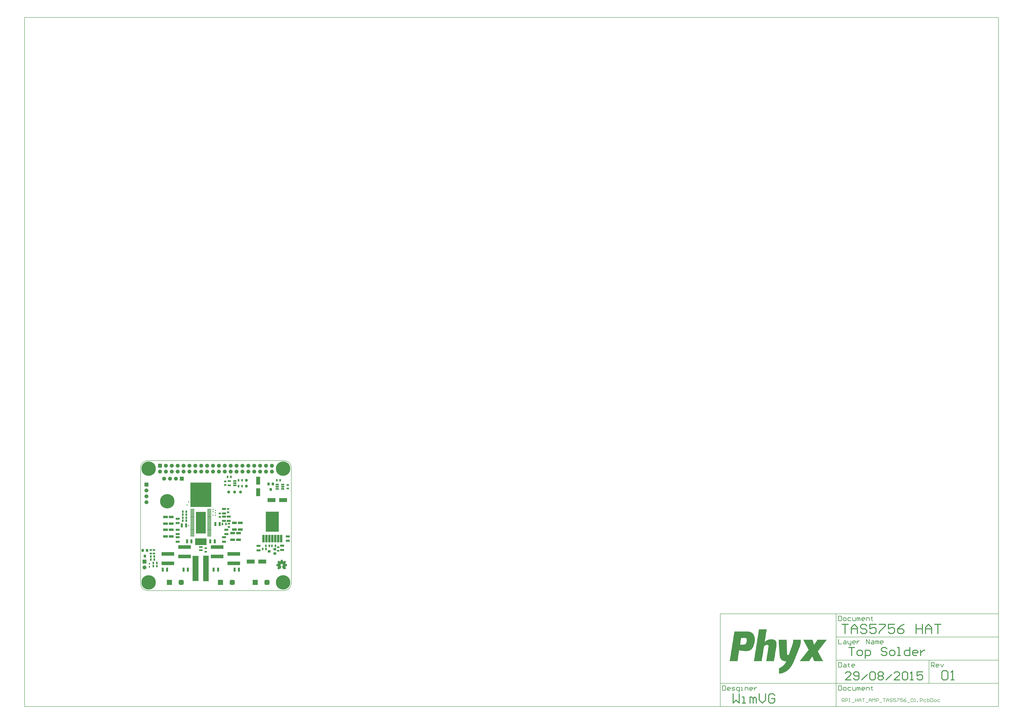
<source format=gts>
G04 Layer_Color=8388736*
%FSLAX25Y25*%
%MOIN*%
G70*
G01*
G75*
%ADD21R,0.06890X0.01181*%
%ADD32C,0.00984*%
%ADD33C,0.00787*%
%ADD35C,0.01575*%
%ADD40C,0.05118*%
%ADD49R,0.09449X0.43307*%
%ADD50R,0.09843X0.43110*%
%ADD51R,0.19685X0.11811*%
%ADD52R,0.35433X0.41339*%
%ADD53R,0.04343X0.03162*%
%ADD54R,0.01981X0.02572*%
%ADD55R,0.04147X0.04737*%
%ADD56R,0.04147X0.04737*%
%ADD57R,0.06706X0.03556*%
%ADD58R,0.07887X0.04343*%
%ADD59R,0.03162X0.04343*%
%ADD60R,0.02375X0.02690*%
%ADD61R,0.16942X0.36627*%
%ADD62R,0.05328X0.03162*%
%ADD63C,0.01969*%
%ADD64R,0.13398X0.07099*%
%ADD65R,0.07099X0.13398*%
%ADD66R,0.04737X0.04147*%
%ADD67R,0.04737X0.04147*%
%ADD68R,0.04304X0.12847*%
%ADD69R,0.21863X0.34422*%
%ADD70R,0.03556X0.06706*%
%ADD71R,0.21784X0.06430*%
%ADD72C,0.24410*%
%ADD73R,0.06706X0.06706*%
%ADD74C,0.06706*%
%ADD75R,0.06706X0.06706*%
%ADD76R,0.08674X0.08674*%
G04:AMPARAMS|DCode=77|XSize=86.74mil|YSize=86.74mil|CornerRadius=23.69mil|HoleSize=0mil|Usage=FLASHONLY|Rotation=0.000|XOffset=0mil|YOffset=0mil|HoleType=Round|Shape=RoundedRectangle|*
%AMROUNDEDRECTD77*
21,1,0.08674,0.03937,0,0,0.0*
21,1,0.03937,0.08674,0,0,0.0*
1,1,0.04737,0.01969,-0.01969*
1,1,0.04737,-0.01969,-0.01969*
1,1,0.04737,-0.01969,0.01969*
1,1,0.04737,0.01969,0.01969*
%
%ADD77ROUNDEDRECTD77*%
G36*
X1121080Y-83717D02*
Y-84003D01*
Y-84290D01*
Y-84576D01*
Y-84862D01*
Y-85149D01*
Y-85435D01*
Y-85721D01*
Y-86007D01*
Y-86294D01*
Y-86580D01*
Y-86866D01*
Y-87153D01*
Y-87439D01*
Y-87725D01*
Y-88012D01*
Y-88298D01*
Y-88584D01*
Y-88871D01*
Y-89157D01*
Y-89443D01*
X1120793D01*
Y-89730D01*
Y-90016D01*
Y-90302D01*
Y-90588D01*
Y-90875D01*
X1120507D01*
Y-91161D01*
Y-91448D01*
Y-91734D01*
Y-92020D01*
X1120221D01*
Y-92306D01*
Y-92593D01*
Y-92879D01*
Y-93165D01*
X1119934D01*
Y-93452D01*
Y-93738D01*
Y-94024D01*
X1119648D01*
Y-94311D01*
Y-94597D01*
Y-94883D01*
X1119362D01*
Y-95170D01*
Y-95456D01*
Y-95742D01*
X1119075D01*
Y-96029D01*
Y-96315D01*
Y-96601D01*
X1118789D01*
Y-96887D01*
Y-97174D01*
X1118503D01*
Y-97460D01*
Y-97746D01*
X1118217D01*
Y-98033D01*
Y-98319D01*
Y-98605D01*
X1117930D01*
Y-98892D01*
Y-99178D01*
X1117644D01*
Y-99464D01*
Y-99751D01*
Y-100037D01*
X1117358D01*
Y-100323D01*
Y-100610D01*
X1117071D01*
Y-100896D01*
Y-101182D01*
Y-101468D01*
X1116785D01*
Y-101755D01*
Y-102041D01*
X1116499D01*
Y-102327D01*
Y-102614D01*
Y-102900D01*
X1116212D01*
Y-103186D01*
Y-103473D01*
X1115926D01*
Y-103759D01*
Y-104045D01*
Y-104332D01*
X1115640D01*
Y-104618D01*
Y-104904D01*
X1115353D01*
Y-105191D01*
Y-105477D01*
Y-105763D01*
X1115067D01*
Y-106049D01*
Y-106336D01*
X1114781D01*
Y-106622D01*
Y-106908D01*
Y-107195D01*
X1114494D01*
Y-107481D01*
Y-107767D01*
X1114208D01*
Y-108054D01*
Y-108340D01*
Y-108626D01*
X1113922D01*
Y-108913D01*
Y-109199D01*
X1113636D01*
Y-109485D01*
Y-109772D01*
Y-110058D01*
X1113349D01*
Y-110344D01*
Y-110630D01*
X1113063D01*
Y-110917D01*
Y-111203D01*
Y-111489D01*
X1112776D01*
Y-111776D01*
Y-112062D01*
X1112490D01*
Y-112348D01*
Y-112635D01*
Y-112921D01*
X1112204D01*
Y-113207D01*
Y-113494D01*
X1111918D01*
Y-113780D01*
Y-114066D01*
Y-114353D01*
X1111631D01*
Y-114639D01*
Y-114925D01*
X1111345D01*
Y-115211D01*
Y-115498D01*
Y-115784D01*
X1111059D01*
Y-116070D01*
Y-116357D01*
X1110772D01*
Y-116643D01*
Y-116929D01*
Y-117216D01*
X1110486D01*
Y-117502D01*
Y-117788D01*
X1110200D01*
Y-118075D01*
Y-118361D01*
Y-118647D01*
X1109913D01*
Y-118933D01*
Y-119220D01*
X1109627D01*
Y-119506D01*
Y-119792D01*
Y-120079D01*
X1109341D01*
Y-120365D01*
Y-120651D01*
X1109054D01*
Y-120938D01*
Y-121224D01*
X1108768D01*
Y-121510D01*
Y-121797D01*
X1108482D01*
Y-122083D01*
Y-122369D01*
Y-122656D01*
X1108195D01*
Y-122942D01*
X1107909D01*
Y-123228D01*
Y-123514D01*
Y-123801D01*
X1107623D01*
Y-124087D01*
X1107337D01*
Y-124373D01*
Y-124660D01*
X1107050D01*
Y-124946D01*
Y-125232D01*
X1106764D01*
Y-125519D01*
Y-125805D01*
X1106478D01*
Y-126091D01*
Y-126378D01*
X1106191D01*
Y-126664D01*
X1105905D01*
Y-126950D01*
Y-127237D01*
X1105619D01*
Y-127523D01*
Y-127809D01*
X1105332D01*
Y-128095D01*
X1105046D01*
Y-128382D01*
X1104760D01*
Y-128668D01*
Y-128954D01*
X1104473D01*
Y-129241D01*
X1104187D01*
Y-129527D01*
Y-129813D01*
X1103901D01*
Y-130100D01*
X1103615D01*
Y-130386D01*
X1103328D01*
Y-130672D01*
Y-130959D01*
X1103042D01*
Y-131245D01*
X1102756D01*
Y-131531D01*
X1102469D01*
Y-131818D01*
X1102183D01*
Y-132104D01*
X1101897D01*
Y-132390D01*
Y-132676D01*
X1101610D01*
Y-132963D01*
X1101324D01*
Y-133249D01*
X1101038D01*
Y-133535D01*
X1100751D01*
Y-133822D01*
X1100465D01*
Y-134108D01*
X1100179D01*
Y-134394D01*
X1099892D01*
Y-134681D01*
X1099320D01*
Y-134967D01*
X1099034D01*
Y-135253D01*
X1098747D01*
Y-135540D01*
X1098461D01*
Y-135826D01*
X1098175D01*
Y-136112D01*
X1097602D01*
Y-136399D01*
X1097316D01*
Y-136685D01*
X1096743D01*
Y-136971D01*
X1096457D01*
Y-137258D01*
X1095884D01*
Y-137544D01*
X1095598D01*
Y-137830D01*
X1095025D01*
Y-138117D01*
X1094452D01*
Y-138403D01*
X1093880D01*
Y-138689D01*
X1093307D01*
Y-138975D01*
X1092735D01*
Y-139262D01*
X1091876D01*
Y-139548D01*
X1091303D01*
Y-139834D01*
X1090444D01*
Y-140121D01*
X1089299D01*
Y-140407D01*
X1088154D01*
Y-140693D01*
X1086436D01*
Y-140980D01*
X1084432D01*
Y-141266D01*
X1084145D01*
Y-140980D01*
Y-140693D01*
Y-140407D01*
Y-140121D01*
Y-139834D01*
Y-139548D01*
Y-139262D01*
Y-138975D01*
Y-138689D01*
Y-138403D01*
Y-138117D01*
Y-137830D01*
Y-137544D01*
Y-137258D01*
Y-136971D01*
Y-136685D01*
Y-136399D01*
Y-136112D01*
Y-135826D01*
Y-135540D01*
Y-135253D01*
Y-134967D01*
Y-134681D01*
Y-134394D01*
Y-134108D01*
Y-133822D01*
Y-133535D01*
Y-133249D01*
Y-132963D01*
Y-132676D01*
Y-132390D01*
Y-132104D01*
Y-131818D01*
X1084718D01*
Y-131531D01*
X1085291D01*
Y-131245D01*
X1085863D01*
Y-130959D01*
X1086436D01*
Y-130672D01*
X1087008D01*
Y-130386D01*
X1087581D01*
Y-130100D01*
X1087867D01*
Y-129813D01*
X1088440D01*
Y-129527D01*
X1088726D01*
Y-129241D01*
X1089299D01*
Y-128954D01*
X1089585D01*
Y-128668D01*
X1089872D01*
Y-128382D01*
X1090444D01*
Y-128095D01*
X1090730D01*
Y-127809D01*
X1091017D01*
Y-127523D01*
X1091303D01*
Y-127237D01*
X1091589D01*
Y-126950D01*
X1091876D01*
Y-126664D01*
X1092162D01*
Y-126378D01*
X1092448D01*
Y-126091D01*
X1092735D01*
Y-125805D01*
X1093021D01*
Y-125519D01*
X1093307D01*
Y-125232D01*
X1093594D01*
Y-124946D01*
Y-124660D01*
X1093880D01*
Y-124373D01*
X1094166D01*
Y-124087D01*
X1094452D01*
Y-123801D01*
Y-123514D01*
X1094739D01*
Y-123228D01*
X1095025D01*
Y-122942D01*
Y-122656D01*
X1095311D01*
Y-122369D01*
Y-122083D01*
X1095598D01*
Y-121797D01*
X1095884D01*
Y-121510D01*
Y-121224D01*
X1096170D01*
Y-120938D01*
Y-120651D01*
X1096457D01*
Y-120365D01*
Y-120079D01*
X1094739D01*
Y-119792D01*
X1092735D01*
Y-119506D01*
X1091589D01*
Y-119220D01*
X1091017D01*
Y-118933D01*
X1090158D01*
Y-118647D01*
X1089585D01*
Y-118361D01*
X1089299D01*
Y-118075D01*
X1088726D01*
Y-117788D01*
X1088440D01*
Y-117502D01*
X1088154D01*
Y-117216D01*
X1087867D01*
Y-116929D01*
X1087581D01*
Y-116643D01*
X1087295D01*
Y-116357D01*
Y-116070D01*
X1087008D01*
Y-115784D01*
X1086722D01*
Y-115498D01*
Y-115211D01*
X1086436D01*
Y-114925D01*
Y-114639D01*
X1086149D01*
Y-114353D01*
Y-114066D01*
X1085863D01*
Y-113780D01*
Y-113494D01*
Y-113207D01*
X1085577D01*
Y-112921D01*
Y-112635D01*
Y-112348D01*
Y-112062D01*
X1085291D01*
Y-111776D01*
Y-111489D01*
Y-111203D01*
Y-110917D01*
Y-110630D01*
Y-110344D01*
Y-110058D01*
X1085004D01*
Y-109772D01*
Y-109485D01*
Y-109199D01*
Y-108913D01*
Y-108626D01*
Y-108340D01*
Y-108054D01*
Y-107767D01*
Y-107481D01*
Y-107195D01*
Y-106908D01*
Y-106622D01*
Y-106336D01*
Y-106049D01*
Y-105763D01*
X1084718D01*
Y-105477D01*
Y-105191D01*
Y-104904D01*
Y-104618D01*
Y-104332D01*
Y-104045D01*
Y-103759D01*
Y-103473D01*
Y-103186D01*
Y-102900D01*
Y-102614D01*
Y-102327D01*
Y-102041D01*
Y-101755D01*
Y-101468D01*
X1084432D01*
Y-101182D01*
Y-100896D01*
Y-100610D01*
Y-100323D01*
Y-100037D01*
Y-99751D01*
Y-99464D01*
Y-99178D01*
Y-98892D01*
Y-98605D01*
Y-98319D01*
Y-98033D01*
Y-97746D01*
Y-97460D01*
Y-97174D01*
Y-96887D01*
X1084145D01*
Y-96601D01*
Y-96315D01*
Y-96029D01*
Y-95742D01*
Y-95456D01*
Y-95170D01*
Y-94883D01*
Y-94597D01*
Y-94311D01*
Y-94024D01*
Y-93738D01*
Y-93452D01*
Y-93165D01*
Y-92879D01*
Y-92593D01*
Y-92306D01*
X1083859D01*
Y-92020D01*
Y-91734D01*
Y-91448D01*
Y-91161D01*
Y-90875D01*
Y-90588D01*
Y-90302D01*
Y-90016D01*
Y-89730D01*
Y-89443D01*
Y-89157D01*
Y-88871D01*
Y-88584D01*
Y-88298D01*
X1083573D01*
Y-88012D01*
Y-87725D01*
Y-87439D01*
Y-87153D01*
Y-86866D01*
Y-86580D01*
Y-86294D01*
Y-86007D01*
Y-85721D01*
Y-85435D01*
Y-85149D01*
Y-84862D01*
Y-84576D01*
Y-84290D01*
Y-84003D01*
Y-83717D01*
X1083286D01*
Y-83431D01*
X1097029D01*
Y-83717D01*
Y-84003D01*
Y-84290D01*
Y-84576D01*
Y-84862D01*
Y-85149D01*
Y-85435D01*
Y-85721D01*
Y-86007D01*
Y-86294D01*
Y-86580D01*
Y-86866D01*
Y-87153D01*
Y-87439D01*
X1097316D01*
Y-87725D01*
Y-88012D01*
Y-88298D01*
Y-88584D01*
Y-88871D01*
Y-89157D01*
Y-89443D01*
Y-89730D01*
Y-90016D01*
Y-90302D01*
Y-90588D01*
Y-90875D01*
Y-91161D01*
Y-91448D01*
Y-91734D01*
Y-92020D01*
Y-92306D01*
Y-92593D01*
Y-92879D01*
Y-93165D01*
Y-93452D01*
Y-93738D01*
Y-94024D01*
Y-94311D01*
Y-94597D01*
Y-94883D01*
Y-95170D01*
Y-95456D01*
Y-95742D01*
Y-96029D01*
Y-96315D01*
Y-96601D01*
Y-96887D01*
Y-97174D01*
Y-97460D01*
Y-97746D01*
Y-98033D01*
Y-98319D01*
Y-98605D01*
Y-98892D01*
Y-99178D01*
X1097602D01*
Y-99464D01*
X1097316D01*
Y-99751D01*
Y-100037D01*
X1097602D01*
Y-100323D01*
Y-100610D01*
Y-100896D01*
Y-101182D01*
Y-101468D01*
Y-101755D01*
Y-102041D01*
Y-102327D01*
Y-102614D01*
Y-102900D01*
Y-103186D01*
Y-103473D01*
Y-103759D01*
Y-104045D01*
Y-104332D01*
Y-104618D01*
Y-104904D01*
Y-105191D01*
Y-105477D01*
Y-105763D01*
Y-106049D01*
Y-106336D01*
Y-106622D01*
Y-106908D01*
Y-107195D01*
Y-107481D01*
X1097888D01*
Y-107767D01*
Y-108054D01*
Y-108340D01*
X1098175D01*
Y-108626D01*
X1098461D01*
Y-108913D01*
X1098747D01*
Y-109199D01*
X1099606D01*
Y-109485D01*
X1100465D01*
Y-109199D01*
X1100751D01*
Y-108913D01*
Y-108626D01*
Y-108340D01*
X1101038D01*
Y-108054D01*
Y-107767D01*
X1101324D01*
Y-107481D01*
Y-107195D01*
Y-106908D01*
X1101610D01*
Y-106622D01*
Y-106336D01*
Y-106049D01*
X1101897D01*
Y-105763D01*
Y-105477D01*
Y-105191D01*
X1102183D01*
Y-104904D01*
Y-104618D01*
Y-104332D01*
X1102469D01*
Y-104045D01*
Y-103759D01*
X1102756D01*
Y-103473D01*
Y-103186D01*
Y-102900D01*
X1103042D01*
Y-102614D01*
Y-102327D01*
Y-102041D01*
X1103328D01*
Y-101755D01*
Y-101468D01*
Y-101182D01*
X1103615D01*
Y-100896D01*
Y-100610D01*
X1103901D01*
Y-100323D01*
Y-100037D01*
Y-99751D01*
X1104187D01*
Y-99464D01*
Y-99178D01*
Y-98892D01*
X1104473D01*
Y-98605D01*
Y-98319D01*
Y-98033D01*
X1104760D01*
Y-97746D01*
Y-97460D01*
X1105046D01*
Y-97174D01*
Y-96887D01*
Y-96601D01*
X1105332D01*
Y-96315D01*
Y-96029D01*
Y-95742D01*
X1105619D01*
Y-95456D01*
Y-95170D01*
Y-94883D01*
X1105905D01*
Y-94597D01*
Y-94311D01*
X1106191D01*
Y-94024D01*
Y-93738D01*
Y-93452D01*
X1106478D01*
Y-93165D01*
Y-92879D01*
Y-92593D01*
X1106764D01*
Y-92306D01*
Y-92020D01*
Y-91734D01*
X1107050D01*
Y-91448D01*
Y-91161D01*
Y-90875D01*
Y-90588D01*
X1107337D01*
Y-90302D01*
Y-90016D01*
Y-89730D01*
Y-89443D01*
X1107623D01*
Y-89157D01*
Y-88871D01*
Y-88584D01*
Y-88298D01*
Y-88012D01*
X1107909D01*
Y-87725D01*
Y-87439D01*
Y-87153D01*
Y-86866D01*
Y-86580D01*
Y-86294D01*
X1108195D01*
Y-86007D01*
Y-85721D01*
Y-85435D01*
Y-85149D01*
Y-84862D01*
Y-84576D01*
Y-84290D01*
Y-84003D01*
Y-83717D01*
Y-83431D01*
X1121080D01*
Y-83717D01*
D02*
G37*
G36*
X1063244Y-66252D02*
Y-66538D01*
X1062958D01*
Y-66825D01*
Y-67111D01*
Y-67397D01*
Y-67684D01*
Y-67970D01*
Y-68256D01*
X1062672D01*
Y-68542D01*
Y-68829D01*
Y-69115D01*
Y-69401D01*
Y-69688D01*
Y-69974D01*
X1062385D01*
Y-70260D01*
Y-70547D01*
Y-70833D01*
Y-71119D01*
Y-71406D01*
Y-71692D01*
Y-71978D01*
X1062099D01*
Y-72264D01*
Y-72551D01*
Y-72837D01*
Y-73123D01*
Y-73410D01*
Y-73696D01*
X1061813D01*
Y-73982D01*
Y-74269D01*
Y-74555D01*
Y-74841D01*
Y-75128D01*
Y-75414D01*
X1061526D01*
Y-75700D01*
Y-75987D01*
Y-76273D01*
Y-76559D01*
Y-76846D01*
Y-77132D01*
Y-77418D01*
X1061240D01*
Y-77704D01*
Y-77991D01*
Y-78277D01*
Y-78563D01*
Y-78850D01*
Y-79136D01*
X1060954D01*
Y-79422D01*
Y-79709D01*
Y-79995D01*
Y-80281D01*
Y-80568D01*
Y-80854D01*
X1060668D01*
Y-81140D01*
Y-81427D01*
Y-81713D01*
Y-81999D01*
Y-82285D01*
Y-82572D01*
X1060381D01*
Y-82858D01*
Y-83144D01*
Y-83431D01*
Y-83717D01*
Y-84003D01*
Y-84290D01*
Y-84576D01*
X1060095D01*
Y-84862D01*
Y-85149D01*
Y-85435D01*
Y-85721D01*
Y-86007D01*
Y-86294D01*
X1059809D01*
Y-86580D01*
Y-86866D01*
X1060381D01*
Y-86580D01*
X1060668D01*
Y-86294D01*
X1060954D01*
Y-86007D01*
X1061526D01*
Y-85721D01*
X1061813D01*
Y-85435D01*
X1062099D01*
Y-85149D01*
X1062672D01*
Y-84862D01*
X1063244D01*
Y-84576D01*
X1063531D01*
Y-84290D01*
X1064103D01*
Y-84003D01*
X1064962D01*
Y-83717D01*
X1065535D01*
Y-83431D01*
X1066394D01*
Y-83144D01*
X1067825D01*
Y-82858D01*
X1074124D01*
Y-83144D01*
X1075270D01*
Y-83431D01*
X1076128D01*
Y-83717D01*
X1076701D01*
Y-84003D01*
X1076987D01*
Y-84290D01*
X1077560D01*
Y-84576D01*
X1077846D01*
Y-84862D01*
X1078133D01*
Y-85149D01*
X1078419D01*
Y-85435D01*
X1078705D01*
Y-85721D01*
Y-86007D01*
X1078992D01*
Y-86294D01*
Y-86580D01*
X1079278D01*
Y-86866D01*
Y-87153D01*
Y-87439D01*
X1079564D01*
Y-87725D01*
Y-88012D01*
Y-88298D01*
Y-88584D01*
X1079850D01*
Y-88871D01*
Y-89157D01*
Y-89443D01*
Y-89730D01*
Y-90016D01*
Y-90302D01*
Y-90588D01*
Y-90875D01*
Y-91161D01*
Y-91448D01*
Y-91734D01*
Y-92020D01*
Y-92306D01*
Y-92593D01*
Y-92879D01*
Y-93165D01*
Y-93452D01*
Y-93738D01*
X1079564D01*
Y-94024D01*
Y-94311D01*
Y-94597D01*
Y-94883D01*
Y-95170D01*
Y-95456D01*
Y-95742D01*
X1079278D01*
Y-96029D01*
Y-96315D01*
Y-96601D01*
Y-96887D01*
Y-97174D01*
Y-97460D01*
Y-97746D01*
X1078992D01*
Y-98033D01*
Y-98319D01*
Y-98605D01*
Y-98892D01*
Y-99178D01*
Y-99464D01*
X1078705D01*
Y-99751D01*
Y-100037D01*
Y-100323D01*
Y-100610D01*
Y-100896D01*
Y-101182D01*
X1078419D01*
Y-101468D01*
Y-101755D01*
Y-102041D01*
Y-102327D01*
Y-102614D01*
Y-102900D01*
X1078133D01*
Y-103186D01*
Y-103473D01*
Y-103759D01*
Y-104045D01*
Y-104332D01*
Y-104618D01*
Y-104904D01*
X1077846D01*
Y-105191D01*
Y-105477D01*
Y-105763D01*
Y-106049D01*
Y-106336D01*
Y-106622D01*
X1077560D01*
Y-106908D01*
Y-107195D01*
Y-107481D01*
Y-107767D01*
Y-108054D01*
Y-108340D01*
X1077274D01*
Y-108626D01*
Y-108913D01*
Y-109199D01*
Y-109485D01*
Y-109772D01*
Y-110058D01*
Y-110344D01*
X1076987D01*
Y-110630D01*
Y-110917D01*
Y-111203D01*
Y-111489D01*
Y-111776D01*
Y-112062D01*
X1076701D01*
Y-112348D01*
Y-112635D01*
Y-112921D01*
Y-113207D01*
Y-113494D01*
Y-113780D01*
X1076415D01*
Y-114066D01*
Y-114353D01*
Y-114639D01*
Y-114925D01*
Y-115211D01*
Y-115498D01*
X1076128D01*
Y-115784D01*
Y-116070D01*
Y-116357D01*
Y-116643D01*
Y-116929D01*
Y-117216D01*
Y-117502D01*
X1075842D01*
Y-117788D01*
Y-118075D01*
Y-118361D01*
Y-118647D01*
Y-118933D01*
Y-119220D01*
X1075556D01*
Y-119506D01*
Y-119792D01*
X1062385D01*
Y-119506D01*
Y-119220D01*
X1062672D01*
Y-118933D01*
Y-118647D01*
Y-118361D01*
Y-118075D01*
Y-117788D01*
Y-117502D01*
X1062958D01*
Y-117216D01*
Y-116929D01*
Y-116643D01*
Y-116357D01*
Y-116070D01*
Y-115784D01*
Y-115498D01*
X1063244D01*
Y-115211D01*
Y-114925D01*
Y-114639D01*
Y-114353D01*
Y-114066D01*
Y-113780D01*
X1063531D01*
Y-113494D01*
Y-113207D01*
Y-112921D01*
Y-112635D01*
Y-112348D01*
Y-112062D01*
X1063817D01*
Y-111776D01*
Y-111489D01*
Y-111203D01*
Y-110917D01*
Y-110630D01*
Y-110344D01*
Y-110058D01*
X1064103D01*
Y-109772D01*
Y-109485D01*
Y-109199D01*
Y-108913D01*
Y-108626D01*
Y-108340D01*
X1064390D01*
Y-108054D01*
Y-107767D01*
Y-107481D01*
Y-107195D01*
Y-106908D01*
Y-106622D01*
Y-106336D01*
X1064676D01*
Y-106049D01*
Y-105763D01*
Y-105477D01*
Y-105191D01*
Y-104904D01*
Y-104618D01*
X1064962D01*
Y-104332D01*
Y-104045D01*
Y-103759D01*
Y-103473D01*
Y-103186D01*
Y-102900D01*
X1065249D01*
Y-102614D01*
Y-102327D01*
Y-102041D01*
Y-101755D01*
Y-101468D01*
Y-101182D01*
X1065535D01*
Y-100896D01*
Y-100610D01*
Y-100323D01*
Y-100037D01*
Y-99751D01*
Y-99464D01*
Y-99178D01*
X1065821D01*
Y-98892D01*
Y-98605D01*
Y-98319D01*
Y-98033D01*
Y-97746D01*
Y-97460D01*
X1066107D01*
Y-97174D01*
Y-96887D01*
Y-96601D01*
Y-96315D01*
Y-96029D01*
Y-95742D01*
Y-95456D01*
X1066394D01*
Y-95170D01*
Y-94883D01*
Y-94597D01*
Y-94311D01*
Y-94024D01*
Y-93738D01*
X1066107D01*
Y-93452D01*
Y-93165D01*
X1065821D01*
Y-92879D01*
X1065535D01*
Y-92593D01*
X1064962D01*
Y-92306D01*
X1063244D01*
Y-92593D01*
X1061813D01*
Y-92879D01*
X1060954D01*
Y-93165D01*
X1060381D01*
Y-93452D01*
X1060095D01*
Y-93738D01*
X1059522D01*
Y-94024D01*
X1059236D01*
Y-94311D01*
X1058950D01*
Y-94597D01*
Y-94883D01*
X1058663D01*
Y-95170D01*
Y-95456D01*
Y-95742D01*
X1058377D01*
Y-96029D01*
Y-96315D01*
Y-96601D01*
Y-96887D01*
Y-97174D01*
Y-97460D01*
X1058091D01*
Y-97746D01*
Y-98033D01*
Y-98319D01*
Y-98605D01*
Y-98892D01*
Y-99178D01*
Y-99464D01*
X1057804D01*
Y-99751D01*
Y-100037D01*
Y-100323D01*
Y-100610D01*
Y-100896D01*
Y-101182D01*
X1057518D01*
Y-101468D01*
Y-101755D01*
Y-102041D01*
Y-102327D01*
Y-102614D01*
Y-102900D01*
X1057232D01*
Y-103186D01*
Y-103473D01*
Y-103759D01*
Y-104045D01*
Y-104332D01*
Y-104618D01*
X1056946D01*
Y-104904D01*
Y-105191D01*
Y-105477D01*
Y-105763D01*
Y-106049D01*
Y-106336D01*
Y-106622D01*
X1056659D01*
Y-106908D01*
Y-107195D01*
Y-107481D01*
Y-107767D01*
Y-108054D01*
Y-108340D01*
X1056373D01*
Y-108626D01*
Y-108913D01*
Y-109199D01*
Y-109485D01*
Y-109772D01*
Y-110058D01*
X1056087D01*
Y-110344D01*
Y-110630D01*
Y-110917D01*
Y-111203D01*
Y-111489D01*
Y-111776D01*
Y-112062D01*
X1055800D01*
Y-112348D01*
Y-112635D01*
Y-112921D01*
Y-113207D01*
Y-113494D01*
Y-113780D01*
X1055514D01*
Y-114066D01*
Y-114353D01*
Y-114639D01*
Y-114925D01*
Y-115211D01*
Y-115498D01*
X1055228D01*
Y-115784D01*
Y-116070D01*
Y-116357D01*
Y-116643D01*
Y-116929D01*
Y-117216D01*
X1054941D01*
Y-117502D01*
Y-117788D01*
Y-118075D01*
Y-118361D01*
Y-118647D01*
Y-118933D01*
Y-119220D01*
X1054655D01*
Y-119506D01*
Y-119792D01*
X1041485D01*
Y-119506D01*
Y-119220D01*
X1041771D01*
Y-118933D01*
Y-118647D01*
Y-118361D01*
Y-118075D01*
Y-117788D01*
Y-117502D01*
Y-117216D01*
X1042057D01*
Y-116929D01*
Y-116643D01*
Y-116357D01*
Y-116070D01*
Y-115784D01*
Y-115498D01*
X1042344D01*
Y-115211D01*
Y-114925D01*
Y-114639D01*
Y-114353D01*
Y-114066D01*
Y-113780D01*
X1042630D01*
Y-113494D01*
Y-113207D01*
Y-112921D01*
Y-112635D01*
Y-112348D01*
Y-112062D01*
Y-111776D01*
X1042916D01*
Y-111489D01*
Y-111203D01*
Y-110917D01*
Y-110630D01*
Y-110344D01*
Y-110058D01*
X1043202D01*
Y-109772D01*
Y-109485D01*
Y-109199D01*
Y-108913D01*
Y-108626D01*
Y-108340D01*
X1043489D01*
Y-108054D01*
Y-107767D01*
Y-107481D01*
Y-107195D01*
Y-106908D01*
Y-106622D01*
X1043775D01*
Y-106336D01*
Y-106049D01*
Y-105763D01*
Y-105477D01*
Y-105191D01*
Y-104904D01*
Y-104618D01*
X1044061D01*
Y-104332D01*
Y-104045D01*
Y-103759D01*
Y-103473D01*
Y-103186D01*
Y-102900D01*
X1044348D01*
Y-102614D01*
Y-102327D01*
Y-102041D01*
Y-101755D01*
Y-101468D01*
Y-101182D01*
X1044634D01*
Y-100896D01*
Y-100610D01*
Y-100323D01*
Y-100037D01*
Y-99751D01*
Y-99464D01*
Y-99178D01*
X1044920D01*
Y-98892D01*
Y-98605D01*
Y-98319D01*
Y-98033D01*
Y-97746D01*
Y-97460D01*
X1045207D01*
Y-97174D01*
Y-96887D01*
Y-96601D01*
Y-96315D01*
Y-96029D01*
Y-95742D01*
X1045493D01*
Y-95456D01*
Y-95170D01*
Y-94883D01*
Y-94597D01*
Y-94311D01*
Y-94024D01*
X1045779D01*
Y-93738D01*
Y-93452D01*
Y-93165D01*
Y-92879D01*
Y-92593D01*
Y-92306D01*
Y-92020D01*
X1046066D01*
Y-91734D01*
Y-91448D01*
Y-91161D01*
Y-90875D01*
Y-90588D01*
Y-90302D01*
X1046352D01*
Y-90016D01*
Y-89730D01*
Y-89443D01*
Y-89157D01*
Y-88871D01*
Y-88584D01*
X1046638D01*
Y-88298D01*
Y-88012D01*
Y-87725D01*
Y-87439D01*
Y-87153D01*
Y-86866D01*
X1046925D01*
Y-86580D01*
Y-86294D01*
Y-86007D01*
Y-85721D01*
Y-85435D01*
Y-85149D01*
Y-84862D01*
X1047211D01*
Y-84576D01*
Y-84290D01*
Y-84003D01*
Y-83717D01*
Y-83431D01*
Y-83144D01*
X1047497D01*
Y-82858D01*
Y-82572D01*
Y-82285D01*
Y-81999D01*
Y-81713D01*
Y-81427D01*
X1047783D01*
Y-81140D01*
Y-80854D01*
Y-80568D01*
Y-80281D01*
Y-79995D01*
Y-79709D01*
Y-79422D01*
X1048070D01*
Y-79136D01*
Y-78850D01*
Y-78563D01*
Y-78277D01*
Y-77991D01*
Y-77704D01*
X1048356D01*
Y-77418D01*
Y-77132D01*
Y-76846D01*
Y-76559D01*
Y-76273D01*
Y-75987D01*
X1048642D01*
Y-75700D01*
Y-75414D01*
Y-75128D01*
Y-74841D01*
Y-74555D01*
Y-74269D01*
X1048929D01*
Y-73982D01*
Y-73696D01*
Y-73410D01*
Y-73123D01*
Y-72837D01*
Y-72551D01*
Y-72264D01*
X1049215D01*
Y-71978D01*
Y-71692D01*
Y-71406D01*
Y-71119D01*
Y-70833D01*
Y-70547D01*
X1049501D01*
Y-70260D01*
Y-69974D01*
Y-69688D01*
Y-69401D01*
Y-69115D01*
Y-68829D01*
X1049788D01*
Y-68542D01*
Y-68256D01*
Y-67970D01*
Y-67684D01*
Y-67397D01*
Y-67111D01*
Y-66825D01*
X1050074D01*
Y-66538D01*
Y-66252D01*
Y-65966D01*
X1063244D01*
Y-66252D01*
D02*
G37*
G36*
X1032036Y-69688D02*
X1033754D01*
Y-69974D01*
X1034613D01*
Y-70260D01*
X1035472D01*
Y-70547D01*
X1036331D01*
Y-70833D01*
X1036904D01*
Y-71119D01*
X1037190D01*
Y-71406D01*
X1037763D01*
Y-71692D01*
X1038049D01*
Y-71978D01*
X1038622D01*
Y-72264D01*
X1038908D01*
Y-72551D01*
X1039194D01*
Y-72837D01*
X1039480D01*
Y-73123D01*
X1039767D01*
Y-73410D01*
X1040053D01*
Y-73696D01*
X1040339D01*
Y-73982D01*
Y-74269D01*
X1040626D01*
Y-74555D01*
X1040912D01*
Y-74841D01*
Y-75128D01*
X1041198D01*
Y-75414D01*
X1041485D01*
Y-75700D01*
Y-75987D01*
X1041771D01*
Y-76273D01*
Y-76559D01*
Y-76846D01*
X1042057D01*
Y-77132D01*
Y-77418D01*
Y-77704D01*
X1042344D01*
Y-77991D01*
Y-78277D01*
Y-78563D01*
Y-78850D01*
X1042630D01*
Y-79136D01*
Y-79422D01*
Y-79709D01*
Y-79995D01*
Y-80281D01*
X1042916D01*
Y-80568D01*
Y-80854D01*
Y-81140D01*
Y-81427D01*
Y-81713D01*
Y-81999D01*
Y-82285D01*
Y-82572D01*
Y-82858D01*
Y-83144D01*
Y-83431D01*
Y-83717D01*
Y-84003D01*
Y-84290D01*
Y-84576D01*
Y-84862D01*
Y-85149D01*
Y-85435D01*
Y-85721D01*
Y-86007D01*
X1042630D01*
Y-86294D01*
Y-86580D01*
Y-86866D01*
Y-87153D01*
Y-87439D01*
Y-87725D01*
Y-88012D01*
X1042344D01*
Y-88298D01*
Y-88584D01*
Y-88871D01*
Y-89157D01*
Y-89443D01*
X1042057D01*
Y-89730D01*
Y-90016D01*
Y-90302D01*
Y-90588D01*
Y-90875D01*
X1041771D01*
Y-91161D01*
Y-91448D01*
Y-91734D01*
X1041485D01*
Y-92020D01*
Y-92306D01*
Y-92593D01*
Y-92879D01*
X1041198D01*
Y-93165D01*
Y-93452D01*
Y-93738D01*
X1040912D01*
Y-94024D01*
Y-94311D01*
X1040626D01*
Y-94597D01*
Y-94883D01*
Y-95170D01*
X1040339D01*
Y-95456D01*
Y-95742D01*
X1040053D01*
Y-96029D01*
Y-96315D01*
X1039767D01*
Y-96601D01*
Y-96887D01*
X1039480D01*
Y-97174D01*
X1039194D01*
Y-97460D01*
Y-97746D01*
X1038908D01*
Y-98033D01*
X1038622D01*
Y-98319D01*
X1038335D01*
Y-98605D01*
Y-98892D01*
X1038049D01*
Y-99178D01*
X1037763D01*
Y-99464D01*
X1037476D01*
Y-99751D01*
X1037190D01*
Y-100037D01*
X1036904D01*
Y-100323D01*
X1036331D01*
Y-100610D01*
X1036045D01*
Y-100896D01*
X1035472D01*
Y-101182D01*
X1035186D01*
Y-101468D01*
X1034613D01*
Y-101755D01*
X1033754D01*
Y-102041D01*
X1032895D01*
Y-102327D01*
X1032036D01*
Y-102614D01*
X1030318D01*
Y-102900D01*
X1025165D01*
Y-102614D01*
X1022588D01*
Y-102327D01*
X1020584D01*
Y-102041D01*
X1019152D01*
Y-101755D01*
X1017721D01*
Y-101468D01*
X1016289D01*
Y-101755D01*
Y-102041D01*
Y-102327D01*
Y-102614D01*
Y-102900D01*
Y-103186D01*
Y-103473D01*
X1016003D01*
Y-103759D01*
Y-104045D01*
Y-104332D01*
Y-104618D01*
Y-104904D01*
Y-105191D01*
X1015716D01*
Y-105477D01*
Y-105763D01*
Y-106049D01*
Y-106336D01*
Y-106622D01*
Y-106908D01*
X1015430D01*
Y-107195D01*
Y-107481D01*
Y-107767D01*
Y-108054D01*
Y-108340D01*
Y-108626D01*
Y-108913D01*
X1015144D01*
Y-109199D01*
Y-109485D01*
Y-109772D01*
Y-110058D01*
Y-110344D01*
Y-110630D01*
X1014857D01*
Y-110917D01*
Y-111203D01*
Y-111489D01*
Y-111776D01*
Y-112062D01*
Y-112348D01*
X1014571D01*
Y-112635D01*
Y-112921D01*
Y-113207D01*
Y-113494D01*
Y-113780D01*
Y-114066D01*
Y-114353D01*
X1014285D01*
Y-114639D01*
Y-114925D01*
Y-115211D01*
Y-115498D01*
Y-115784D01*
Y-116070D01*
X1013999D01*
Y-116357D01*
Y-116643D01*
Y-116929D01*
Y-117216D01*
Y-117502D01*
Y-117788D01*
X1013712D01*
Y-118075D01*
Y-118361D01*
Y-118647D01*
Y-118933D01*
Y-119220D01*
Y-119506D01*
Y-119792D01*
X1000256D01*
Y-119506D01*
X1000542D01*
Y-119220D01*
Y-118933D01*
Y-118647D01*
Y-118361D01*
Y-118075D01*
X1000828D01*
Y-117788D01*
Y-117502D01*
Y-117216D01*
Y-116929D01*
Y-116643D01*
Y-116357D01*
Y-116070D01*
X1001114D01*
Y-115784D01*
Y-115498D01*
Y-115211D01*
Y-114925D01*
Y-114639D01*
Y-114353D01*
X1001401D01*
Y-114066D01*
Y-113780D01*
Y-113494D01*
Y-113207D01*
Y-112921D01*
Y-112635D01*
X1001687D01*
Y-112348D01*
Y-112062D01*
Y-111776D01*
Y-111489D01*
Y-111203D01*
Y-110917D01*
Y-110630D01*
X1001974D01*
Y-110344D01*
Y-110058D01*
Y-109772D01*
Y-109485D01*
Y-109199D01*
Y-108913D01*
X1002260D01*
Y-108626D01*
Y-108340D01*
Y-108054D01*
Y-107767D01*
Y-107481D01*
Y-107195D01*
X1002546D01*
Y-106908D01*
Y-106622D01*
Y-106336D01*
Y-106049D01*
Y-105763D01*
Y-105477D01*
X1002832D01*
Y-105191D01*
Y-104904D01*
Y-104618D01*
Y-104332D01*
Y-104045D01*
Y-103759D01*
Y-103473D01*
X1003119D01*
Y-103186D01*
Y-102900D01*
Y-102614D01*
Y-102327D01*
Y-102041D01*
Y-101755D01*
X1003405D01*
Y-101468D01*
Y-101182D01*
Y-100896D01*
Y-100610D01*
Y-100323D01*
Y-100037D01*
X1003691D01*
Y-99751D01*
Y-99464D01*
Y-99178D01*
Y-98892D01*
Y-98605D01*
Y-98319D01*
X1003978D01*
Y-98033D01*
Y-97746D01*
Y-97460D01*
Y-97174D01*
Y-96887D01*
Y-96601D01*
Y-96315D01*
X1004264D01*
Y-96029D01*
Y-95742D01*
Y-95456D01*
Y-95170D01*
Y-94883D01*
Y-94597D01*
X1004550D01*
Y-94311D01*
Y-94024D01*
Y-93738D01*
Y-93452D01*
Y-93165D01*
Y-92879D01*
X1004837D01*
Y-92593D01*
Y-92306D01*
Y-92020D01*
Y-91734D01*
Y-91448D01*
Y-91161D01*
Y-90875D01*
X1005123D01*
Y-90588D01*
Y-90302D01*
Y-90016D01*
Y-89730D01*
Y-89443D01*
Y-89157D01*
X1005409D01*
Y-88871D01*
Y-88584D01*
Y-88298D01*
Y-88012D01*
Y-87725D01*
Y-87439D01*
X1005696D01*
Y-87153D01*
Y-86866D01*
Y-86580D01*
Y-86294D01*
Y-86007D01*
Y-85721D01*
X1005982D01*
Y-85435D01*
Y-85149D01*
Y-84862D01*
Y-84576D01*
Y-84290D01*
Y-84003D01*
Y-83717D01*
X1006268D01*
Y-83431D01*
Y-83144D01*
Y-82858D01*
Y-82572D01*
Y-82285D01*
Y-81999D01*
X1006555D01*
Y-81713D01*
Y-81427D01*
Y-81140D01*
Y-80854D01*
Y-80568D01*
Y-80281D01*
X1006841D01*
Y-79995D01*
Y-79709D01*
Y-79422D01*
Y-79136D01*
Y-78850D01*
Y-78563D01*
Y-78277D01*
X1007127D01*
Y-77991D01*
Y-77704D01*
Y-77418D01*
Y-77132D01*
Y-76846D01*
Y-76559D01*
X1007413D01*
Y-76273D01*
Y-75987D01*
Y-75700D01*
Y-75414D01*
Y-75128D01*
Y-74841D01*
X1007700D01*
Y-74555D01*
Y-74269D01*
Y-73982D01*
Y-73696D01*
Y-73410D01*
Y-73123D01*
Y-72837D01*
X1007986D01*
Y-72551D01*
Y-72264D01*
Y-71978D01*
Y-71692D01*
Y-71406D01*
Y-71119D01*
X1008272D01*
Y-70833D01*
Y-70547D01*
Y-70260D01*
Y-69974D01*
Y-69688D01*
Y-69401D01*
X1032036D01*
Y-69688D01*
D02*
G37*
G36*
X1165172Y-83717D02*
X1164886D01*
Y-84003D01*
X1164599D01*
Y-84290D01*
Y-84576D01*
X1164313D01*
Y-84862D01*
X1164027D01*
Y-85149D01*
X1163740D01*
Y-85435D01*
Y-85721D01*
X1163454D01*
Y-86007D01*
X1163168D01*
Y-86294D01*
X1162881D01*
Y-86580D01*
X1162595D01*
Y-86866D01*
Y-87153D01*
X1162309D01*
Y-87439D01*
X1162022D01*
Y-87725D01*
X1161736D01*
Y-88012D01*
Y-88298D01*
X1161450D01*
Y-88584D01*
X1161163D01*
Y-88871D01*
X1160877D01*
Y-89157D01*
X1160591D01*
Y-89443D01*
Y-89730D01*
X1160305D01*
Y-90016D01*
X1160018D01*
Y-90302D01*
X1159732D01*
Y-90588D01*
Y-90875D01*
X1159445D01*
Y-91161D01*
X1159159D01*
Y-91448D01*
X1158873D01*
Y-91734D01*
Y-92020D01*
X1158587D01*
Y-92306D01*
X1158300D01*
Y-92593D01*
X1158014D01*
Y-92879D01*
X1157728D01*
Y-93165D01*
Y-93452D01*
X1157441D01*
Y-93738D01*
X1157155D01*
Y-94024D01*
X1156869D01*
Y-94311D01*
Y-94597D01*
X1156582D01*
Y-94883D01*
X1156296D01*
Y-95170D01*
X1156010D01*
Y-95456D01*
Y-95742D01*
X1155723D01*
Y-96029D01*
X1155437D01*
Y-96315D01*
X1155151D01*
Y-96601D01*
X1154865D01*
Y-96887D01*
Y-97174D01*
X1154578D01*
Y-97460D01*
X1154292D01*
Y-97746D01*
X1154006D01*
Y-98033D01*
Y-98319D01*
X1153719D01*
Y-98605D01*
X1153433D01*
Y-98892D01*
X1153147D01*
Y-99178D01*
Y-99464D01*
X1152860D01*
Y-99751D01*
X1152574D01*
Y-100037D01*
X1152288D01*
Y-100323D01*
X1152001D01*
Y-100610D01*
Y-100896D01*
X1151715D01*
Y-101182D01*
X1151429D01*
Y-101468D01*
X1151142D01*
Y-101755D01*
Y-102041D01*
X1150856D01*
Y-102327D01*
X1150570D01*
Y-102614D01*
X1150284D01*
Y-102900D01*
X1149997D01*
Y-103186D01*
Y-103473D01*
X1150284D01*
Y-103759D01*
Y-104045D01*
X1150570D01*
Y-104332D01*
Y-104618D01*
X1150856D01*
Y-104904D01*
X1151142D01*
Y-105191D01*
Y-105477D01*
X1151429D01*
Y-105763D01*
Y-106049D01*
X1151715D01*
Y-106336D01*
Y-106622D01*
X1152001D01*
Y-106908D01*
Y-107195D01*
X1152288D01*
Y-107481D01*
Y-107767D01*
X1152574D01*
Y-108054D01*
Y-108340D01*
X1152860D01*
Y-108626D01*
Y-108913D01*
X1153147D01*
Y-109199D01*
Y-109485D01*
X1153433D01*
Y-109772D01*
X1153719D01*
Y-110058D01*
Y-110344D01*
X1154006D01*
Y-110630D01*
Y-110917D01*
X1154292D01*
Y-111203D01*
Y-111489D01*
X1154578D01*
Y-111776D01*
Y-112062D01*
X1154865D01*
Y-112348D01*
Y-112635D01*
X1155151D01*
Y-112921D01*
Y-113207D01*
X1155437D01*
Y-113494D01*
Y-113780D01*
X1155723D01*
Y-114066D01*
X1156010D01*
Y-114353D01*
Y-114639D01*
X1156296D01*
Y-114925D01*
Y-115211D01*
X1156582D01*
Y-115498D01*
Y-115784D01*
X1156869D01*
Y-116070D01*
Y-116357D01*
X1157155D01*
Y-116643D01*
Y-116929D01*
X1157441D01*
Y-117216D01*
Y-117502D01*
X1157728D01*
Y-117788D01*
Y-118075D01*
X1158014D01*
Y-118361D01*
X1158300D01*
Y-118647D01*
Y-118933D01*
X1158587D01*
Y-119220D01*
Y-119506D01*
X1158873D01*
Y-119792D01*
X1143698D01*
Y-119506D01*
X1143412D01*
Y-119220D01*
Y-118933D01*
Y-118647D01*
X1143126D01*
Y-118361D01*
Y-118075D01*
Y-117788D01*
X1142839D01*
Y-117502D01*
Y-117216D01*
X1142553D01*
Y-116929D01*
Y-116643D01*
Y-116357D01*
X1142267D01*
Y-116070D01*
Y-115784D01*
Y-115498D01*
X1141980D01*
Y-115211D01*
Y-114925D01*
X1141694D01*
Y-114639D01*
Y-114353D01*
Y-114066D01*
X1141408D01*
Y-113780D01*
Y-113494D01*
Y-113207D01*
X1141121D01*
Y-112921D01*
Y-112635D01*
Y-112348D01*
X1140835D01*
Y-112062D01*
X1140263D01*
Y-112348D01*
Y-112635D01*
X1139976D01*
Y-112921D01*
X1139690D01*
Y-113207D01*
Y-113494D01*
X1139404D01*
Y-113780D01*
X1139117D01*
Y-114066D01*
Y-114353D01*
X1138831D01*
Y-114639D01*
X1138545D01*
Y-114925D01*
Y-115211D01*
X1138258D01*
Y-115498D01*
X1137972D01*
Y-115784D01*
X1137686D01*
Y-116070D01*
Y-116357D01*
X1137399D01*
Y-116643D01*
X1137113D01*
Y-116929D01*
Y-117216D01*
X1136827D01*
Y-117502D01*
X1136541D01*
Y-117788D01*
Y-118075D01*
X1136254D01*
Y-118361D01*
X1135968D01*
Y-118647D01*
Y-118933D01*
X1135682D01*
Y-119220D01*
X1135395D01*
Y-119506D01*
Y-119792D01*
X1119362D01*
Y-119506D01*
X1119648D01*
Y-119220D01*
X1119934D01*
Y-118933D01*
X1120221D01*
Y-118647D01*
X1120507D01*
Y-118361D01*
Y-118075D01*
X1120793D01*
Y-117788D01*
X1121080D01*
Y-117502D01*
X1121366D01*
Y-117216D01*
X1121652D01*
Y-116929D01*
Y-116643D01*
X1121939D01*
Y-116357D01*
X1122225D01*
Y-116070D01*
X1122511D01*
Y-115784D01*
Y-115498D01*
X1122797D01*
Y-115211D01*
X1123084D01*
Y-114925D01*
X1123370D01*
Y-114639D01*
X1123656D01*
Y-114353D01*
Y-114066D01*
X1123943D01*
Y-113780D01*
X1124229D01*
Y-113494D01*
X1124515D01*
Y-113207D01*
X1124802D01*
Y-112921D01*
Y-112635D01*
X1125088D01*
Y-112348D01*
X1125374D01*
Y-112062D01*
X1125661D01*
Y-111776D01*
Y-111489D01*
X1125947D01*
Y-111203D01*
X1126233D01*
Y-110917D01*
X1126519D01*
Y-110630D01*
X1126806D01*
Y-110344D01*
Y-110058D01*
X1127092D01*
Y-109772D01*
X1127378D01*
Y-109485D01*
X1127665D01*
Y-109199D01*
Y-108913D01*
X1127951D01*
Y-108626D01*
X1128237D01*
Y-108340D01*
X1128524D01*
Y-108054D01*
X1128810D01*
Y-107767D01*
Y-107481D01*
X1129096D01*
Y-107195D01*
X1129383D01*
Y-106908D01*
X1129669D01*
Y-106622D01*
Y-106336D01*
X1129955D01*
Y-106049D01*
X1130242D01*
Y-105763D01*
X1130528D01*
Y-105477D01*
X1130814D01*
Y-105191D01*
Y-104904D01*
X1131100D01*
Y-104618D01*
X1131387D01*
Y-104332D01*
X1131673D01*
Y-104045D01*
X1131960D01*
Y-103759D01*
Y-103473D01*
X1132246D01*
Y-103186D01*
X1132532D01*
Y-102900D01*
X1132818D01*
Y-102614D01*
Y-102327D01*
X1133105D01*
Y-102041D01*
X1133391D01*
Y-101755D01*
X1133677D01*
Y-101468D01*
X1133964D01*
Y-101182D01*
Y-100896D01*
X1134250D01*
Y-100610D01*
Y-100323D01*
Y-100037D01*
X1133964D01*
Y-99751D01*
X1133677D01*
Y-99464D01*
Y-99178D01*
X1133391D01*
Y-98892D01*
Y-98605D01*
X1133105D01*
Y-98319D01*
Y-98033D01*
X1132818D01*
Y-97746D01*
Y-97460D01*
X1132532D01*
Y-97174D01*
Y-96887D01*
X1132246D01*
Y-96601D01*
Y-96315D01*
X1131960D01*
Y-96029D01*
X1131673D01*
Y-95742D01*
Y-95456D01*
X1131387D01*
Y-95170D01*
Y-94883D01*
X1131100D01*
Y-94597D01*
Y-94311D01*
X1130814D01*
Y-94024D01*
Y-93738D01*
X1130528D01*
Y-93452D01*
Y-93165D01*
X1130242D01*
Y-92879D01*
Y-92593D01*
X1129955D01*
Y-92306D01*
X1129669D01*
Y-92020D01*
Y-91734D01*
X1129383D01*
Y-91448D01*
Y-91161D01*
X1129096D01*
Y-90875D01*
Y-90588D01*
X1128810D01*
Y-90302D01*
Y-90016D01*
X1128524D01*
Y-89730D01*
Y-89443D01*
X1128237D01*
Y-89157D01*
Y-88871D01*
X1127951D01*
Y-88584D01*
Y-88298D01*
X1127665D01*
Y-88012D01*
X1127378D01*
Y-87725D01*
Y-87439D01*
X1127092D01*
Y-87153D01*
Y-86866D01*
X1126806D01*
Y-86580D01*
Y-86294D01*
X1126519D01*
Y-86007D01*
Y-85721D01*
X1126233D01*
Y-85435D01*
Y-85149D01*
X1125947D01*
Y-84862D01*
Y-84576D01*
X1125661D01*
Y-84290D01*
X1125374D01*
Y-84003D01*
Y-83717D01*
X1125088D01*
Y-83431D01*
X1140835D01*
Y-83717D01*
X1141121D01*
Y-84003D01*
Y-84290D01*
Y-84576D01*
X1141408D01*
Y-84862D01*
Y-85149D01*
Y-85435D01*
X1141694D01*
Y-85721D01*
Y-86007D01*
Y-86294D01*
X1141980D01*
Y-86580D01*
Y-86866D01*
Y-87153D01*
X1142267D01*
Y-87439D01*
Y-87725D01*
Y-88012D01*
X1142553D01*
Y-88298D01*
Y-88584D01*
Y-88871D01*
X1142839D01*
Y-89157D01*
Y-89443D01*
Y-89730D01*
X1143126D01*
Y-90016D01*
Y-90302D01*
Y-90588D01*
X1143412D01*
Y-90875D01*
Y-91161D01*
Y-91448D01*
Y-91734D01*
X1143985D01*
Y-91448D01*
X1144271D01*
Y-91161D01*
X1144557D01*
Y-90875D01*
Y-90588D01*
X1144844D01*
Y-90302D01*
X1145130D01*
Y-90016D01*
Y-89730D01*
X1145416D01*
Y-89443D01*
X1145702D01*
Y-89157D01*
Y-88871D01*
X1145989D01*
Y-88584D01*
X1146275D01*
Y-88298D01*
Y-88012D01*
X1146561D01*
Y-87725D01*
X1146848D01*
Y-87439D01*
Y-87153D01*
X1147134D01*
Y-86866D01*
X1147420D01*
Y-86580D01*
Y-86294D01*
X1147707D01*
Y-86007D01*
X1147993D01*
Y-85721D01*
Y-85435D01*
X1148279D01*
Y-85149D01*
X1148566D01*
Y-84862D01*
Y-84576D01*
X1148852D01*
Y-84290D01*
X1149138D01*
Y-84003D01*
Y-83717D01*
X1149425D01*
Y-83431D01*
X1165172D01*
Y-83717D01*
D02*
G37*
%LPC*%
G36*
X1027742Y-80568D02*
X1019725D01*
Y-80854D01*
Y-81140D01*
Y-81427D01*
Y-81713D01*
Y-81999D01*
X1019438D01*
Y-82285D01*
Y-82572D01*
Y-82858D01*
Y-83144D01*
Y-83431D01*
Y-83717D01*
X1019152D01*
Y-84003D01*
Y-84290D01*
Y-84576D01*
Y-84862D01*
Y-85149D01*
Y-85435D01*
X1018866D01*
Y-85721D01*
Y-86007D01*
Y-86294D01*
Y-86580D01*
Y-86866D01*
Y-87153D01*
X1018580D01*
Y-87439D01*
Y-87725D01*
Y-88012D01*
Y-88298D01*
Y-88584D01*
Y-88871D01*
Y-89157D01*
X1018293D01*
Y-89443D01*
Y-89730D01*
Y-90016D01*
Y-90302D01*
Y-90588D01*
Y-90875D01*
X1018007D01*
Y-91161D01*
Y-91448D01*
Y-91734D01*
X1025165D01*
Y-91448D01*
X1026310D01*
Y-91161D01*
X1026883D01*
Y-90875D01*
X1027169D01*
Y-90588D01*
X1027455D01*
Y-90302D01*
X1027742D01*
Y-90016D01*
X1028028D01*
Y-89730D01*
Y-89443D01*
X1028314D01*
Y-89157D01*
Y-88871D01*
X1028601D01*
Y-88584D01*
Y-88298D01*
X1028887D01*
Y-88012D01*
Y-87725D01*
Y-87439D01*
Y-87153D01*
X1029173D01*
Y-86866D01*
Y-86580D01*
Y-86294D01*
Y-86007D01*
Y-85721D01*
X1029459D01*
Y-85435D01*
Y-85149D01*
Y-84862D01*
Y-84576D01*
Y-84290D01*
Y-84003D01*
Y-83717D01*
Y-83431D01*
Y-83144D01*
Y-82858D01*
Y-82572D01*
X1029173D01*
Y-82285D01*
Y-81999D01*
X1028887D01*
Y-81713D01*
Y-81427D01*
X1028601D01*
Y-81140D01*
X1028314D01*
Y-80854D01*
X1027742D01*
Y-80568D01*
D02*
G37*
%LPD*%
G36*
X240862Y52247D02*
X240914Y52237D01*
X240964Y52220D01*
X241011Y52197D01*
X241054Y52167D01*
X241094Y52133D01*
X241121Y52102D01*
X241152Y52074D01*
X241179Y52043D01*
X241210Y52016D01*
X241245Y51977D01*
X241274Y51933D01*
X241297Y51886D01*
X241314Y51837D01*
X241324Y51785D01*
X241328Y51733D01*
Y51674D01*
X241326Y51651D01*
X241332Y51642D01*
X241355Y51595D01*
X241372Y51545D01*
X241383Y51494D01*
X241386Y51441D01*
Y51383D01*
X241384Y51360D01*
X241390Y51350D01*
X241414Y51303D01*
X241430Y51254D01*
X241441Y51202D01*
X241444Y51150D01*
Y51092D01*
X241442Y51063D01*
X241444Y51034D01*
Y50975D01*
X241443Y50952D01*
X241449Y50942D01*
X241472Y50896D01*
X241489Y50846D01*
X241499Y50794D01*
X241500Y50778D01*
X241507Y50768D01*
X241530Y50721D01*
X241547Y50671D01*
X241557Y50620D01*
X241561Y50567D01*
Y50509D01*
X241559Y50480D01*
X241561Y50451D01*
Y50392D01*
X241559Y50369D01*
X241565Y50360D01*
X241588Y50313D01*
X241605Y50263D01*
X241616Y50212D01*
X241617Y50195D01*
X241624Y50185D01*
X241647Y50138D01*
X241664Y50088D01*
X241674Y50037D01*
X241677Y49984D01*
Y49926D01*
X241675Y49897D01*
X241677Y49868D01*
Y49810D01*
X241675Y49780D01*
X241676Y49765D01*
X241710Y49749D01*
X241720Y49742D01*
X241737Y49741D01*
X241788Y49731D01*
X241838Y49714D01*
X241885Y49691D01*
X241895Y49684D01*
X241912Y49683D01*
X241963Y49672D01*
X242013Y49656D01*
X242060Y49632D01*
X242103Y49603D01*
X242143Y49569D01*
X242145Y49566D01*
X242196Y49556D01*
X242246Y49539D01*
X242293Y49516D01*
X242303Y49509D01*
X242319Y49508D01*
X242371Y49498D01*
X242421Y49481D01*
X242468Y49457D01*
X242478Y49450D01*
X242494Y49449D01*
X242546Y49439D01*
X242595Y49422D01*
X242642Y49399D01*
X242686Y49370D01*
X242725Y49336D01*
X242728Y49333D01*
X242771Y49324D01*
X242779Y49323D01*
X242828Y49306D01*
X242876Y49283D01*
X242879Y49280D01*
X242883Y49283D01*
X242930Y49306D01*
X242979Y49323D01*
X243030Y49333D01*
X243033Y49336D01*
X243042Y49343D01*
X243064Y49363D01*
X243091Y49394D01*
X243122Y49421D01*
X243123Y49422D01*
X243149Y49452D01*
X243189Y49487D01*
X243232Y49516D01*
X243279Y49539D01*
X243329Y49556D01*
X243380Y49566D01*
X243382Y49569D01*
X243413Y49596D01*
X243441Y49627D01*
X243472Y49654D01*
X243499Y49685D01*
X243538Y49720D01*
X243582Y49749D01*
X243629Y49772D01*
X243679Y49789D01*
X243730Y49799D01*
X243732Y49802D01*
X243763Y49829D01*
X243790Y49860D01*
X243799Y49868D01*
X243821Y49887D01*
X243823Y49889D01*
X243849Y49918D01*
X243888Y49953D01*
X243932Y49982D01*
X243979Y50005D01*
X244005Y50014D01*
X244023Y50035D01*
X244063Y50069D01*
X244107Y50099D01*
X244153Y50122D01*
X244158Y50123D01*
X244180Y50131D01*
X244180D01*
X244198Y50151D01*
X244229Y50179D01*
X244257Y50210D01*
X244296Y50244D01*
X244340Y50273D01*
X244387Y50296D01*
X244421Y50308D01*
X244456Y50332D01*
X244503Y50355D01*
X244530Y50364D01*
X244548Y50384D01*
X244587Y50419D01*
X244631Y50448D01*
X244678Y50471D01*
X244728Y50488D01*
X244779Y50498D01*
X244831Y50502D01*
X245006D01*
X245059Y50498D01*
X245110Y50488D01*
X245160Y50471D01*
X245207Y50448D01*
X245250Y50419D01*
X245290Y50384D01*
X245317Y50353D01*
X245348Y50326D01*
X245375Y50295D01*
X245406Y50268D01*
X245433Y50237D01*
X245464Y50210D01*
X245492Y50179D01*
X245523Y50151D01*
X245550Y50120D01*
X245565Y50107D01*
X245581Y50093D01*
X245608Y50062D01*
X245639Y50035D01*
X245667Y50004D01*
X245698Y49977D01*
X245725Y49946D01*
X245756Y49918D01*
X245783Y49887D01*
X245814Y49860D01*
X245841Y49829D01*
X245872Y49802D01*
X245900Y49771D01*
X245931Y49743D01*
X245958Y49712D01*
X245989Y49685D01*
X246016Y49654D01*
X246047Y49627D01*
X246075Y49596D01*
X246106Y49569D01*
X246133Y49538D01*
X246164Y49510D01*
X246191Y49479D01*
X246222Y49452D01*
X246249Y49421D01*
X246280Y49394D01*
X246308Y49363D01*
X246339Y49336D01*
X246366Y49305D01*
X246366Y49305D01*
X246397Y49277D01*
X246423Y49248D01*
X246424Y49246D01*
X246455Y49219D01*
X246482Y49188D01*
X246514Y49161D01*
X246541Y49130D01*
X246572Y49102D01*
X246599Y49071D01*
X246630Y49044D01*
X246657Y49013D01*
X246688Y48986D01*
X246716Y48955D01*
X246747Y48928D01*
X246774Y48897D01*
X246805Y48869D01*
X246832Y48838D01*
X246863Y48811D01*
X246898Y48772D01*
X246927Y48728D01*
X246950Y48681D01*
X246967Y48631D01*
X246977Y48580D01*
X246981Y48528D01*
Y48469D01*
Y48411D01*
Y48353D01*
X246977Y48300D01*
X246967Y48249D01*
X246950Y48199D01*
X246927Y48152D01*
X246898Y48109D01*
X246863Y48069D01*
X246843Y48051D01*
X246834Y48024D01*
X246810Y47977D01*
X246787Y47943D01*
X246775Y47908D01*
X246752Y47861D01*
X246723Y47817D01*
X246688Y47778D01*
X246657Y47751D01*
X246630Y47720D01*
X246609Y47701D01*
X246600Y47675D01*
X246577Y47628D01*
X246554Y47593D01*
X246544Y47562D01*
X246542Y47558D01*
X246519Y47511D01*
X246490Y47468D01*
X246455Y47428D01*
X246424Y47401D01*
X246397Y47370D01*
X246366Y47343D01*
X246339Y47312D01*
X246336Y47309D01*
X246326Y47258D01*
X246309Y47208D01*
X246286Y47161D01*
X246257Y47118D01*
X246222Y47078D01*
X246191Y47051D01*
X246164Y47020D01*
X246133Y46993D01*
X246106Y46962D01*
X246103Y46960D01*
X246093Y46909D01*
X246076Y46859D01*
X246053Y46812D01*
X246024Y46768D01*
X245989Y46729D01*
X245958Y46702D01*
X245931Y46670D01*
X245900Y46643D01*
X245872Y46612D01*
X245870Y46610D01*
X245860Y46559D01*
X245843Y46509D01*
X245820Y46462D01*
X245797Y46429D01*
X245801Y46417D01*
X245812Y46365D01*
X245813Y46349D01*
X245820Y46338D01*
X245843Y46292D01*
X245855Y46257D01*
X245878Y46222D01*
X245901Y46175D01*
X245913Y46140D01*
X245936Y46105D01*
X245959Y46058D01*
X245976Y46009D01*
X245987Y45957D01*
X245988Y45941D01*
X245994Y45931D01*
X246018Y45884D01*
X246035Y45834D01*
X246044Y45786D01*
X246045Y45783D01*
X246047Y45781D01*
X246082Y45741D01*
X246111Y45698D01*
X246134Y45650D01*
X246151Y45601D01*
X246161Y45549D01*
X246162Y45533D01*
X246165Y45530D01*
X246169Y45523D01*
X246193Y45476D01*
X246204Y45441D01*
X246228Y45406D01*
X246251Y45359D01*
X246260Y45333D01*
X246263Y45325D01*
X246286Y45289D01*
X246309Y45243D01*
X246326Y45193D01*
X246327Y45186D01*
X246334Y45185D01*
X246384Y45168D01*
X246430Y45145D01*
X246437Y45140D01*
X246638D01*
X246690Y45137D01*
X246742Y45127D01*
X246791Y45110D01*
X246838Y45087D01*
X246848Y45081D01*
X246871Y45082D01*
X246929D01*
X246982Y45079D01*
X247033Y45068D01*
X247083Y45052D01*
X247130Y45028D01*
X247137Y45024D01*
X247221D01*
X247250Y45022D01*
X247279Y45024D01*
X247337D01*
X247390Y45020D01*
X247441Y45010D01*
X247491Y44993D01*
X247538Y44970D01*
X247548Y44963D01*
X247565Y44962D01*
X247616Y44952D01*
X247666Y44935D01*
X247713Y44912D01*
X247720Y44907D01*
X247804D01*
X247833Y44905D01*
X247862Y44907D01*
X247920D01*
X247972Y44904D01*
X248024Y44894D01*
X248074Y44877D01*
X248121Y44853D01*
X248130Y44847D01*
X248153Y44849D01*
X248212D01*
X248264Y44846D01*
X248315Y44835D01*
X248365Y44818D01*
X248412Y44795D01*
X248456Y44766D01*
X248495Y44732D01*
X248522Y44700D01*
X248553Y44673D01*
X248581Y44642D01*
X248612Y44615D01*
X248646Y44576D01*
X248675Y44532D01*
X248698Y44485D01*
X248715Y44435D01*
X248726Y44384D01*
X248729Y44331D01*
Y44273D01*
Y44215D01*
Y44157D01*
Y44098D01*
Y44040D01*
Y43982D01*
Y43924D01*
Y43865D01*
Y43807D01*
Y43749D01*
Y43690D01*
Y43632D01*
Y43574D01*
Y43516D01*
Y43457D01*
Y43399D01*
Y43341D01*
Y43282D01*
Y43224D01*
Y43166D01*
Y43108D01*
Y43049D01*
Y42991D01*
Y42933D01*
Y42875D01*
Y42816D01*
Y42758D01*
Y42700D01*
Y42641D01*
Y42583D01*
Y42525D01*
Y42467D01*
Y42408D01*
Y42350D01*
Y42292D01*
Y42233D01*
Y42175D01*
Y42117D01*
Y42059D01*
X248726Y42006D01*
X248715Y41955D01*
X248698Y41905D01*
X248675Y41858D01*
X248646Y41815D01*
X248612Y41775D01*
X248581Y41748D01*
X248553Y41717D01*
X248514Y41682D01*
X248470Y41653D01*
X248423Y41630D01*
X248374Y41613D01*
X248322Y41603D01*
X248306Y41602D01*
X248295Y41595D01*
X248248Y41572D01*
X248199Y41555D01*
X248147Y41545D01*
X248131Y41544D01*
X248121Y41537D01*
X248074Y41513D01*
X248024Y41497D01*
X247972Y41486D01*
X247920Y41483D01*
X247862D01*
X247833Y41485D01*
X247804Y41483D01*
X247720D01*
X247713Y41478D01*
X247666Y41455D01*
X247616Y41438D01*
X247565Y41428D01*
X247548Y41427D01*
X247538Y41420D01*
X247491Y41397D01*
X247441Y41380D01*
X247390Y41370D01*
X247337Y41366D01*
X247279D01*
X247250Y41368D01*
X247221Y41366D01*
X247137D01*
X247130Y41362D01*
X247083Y41339D01*
X247033Y41322D01*
X246982Y41311D01*
X246929Y41308D01*
X246871D01*
X246848Y41310D01*
X246838Y41304D01*
X246791Y41280D01*
X246742Y41263D01*
X246690Y41253D01*
X246638Y41250D01*
X246580D01*
X246551Y41252D01*
X246521Y41250D01*
X246437D01*
X246430Y41245D01*
X246412Y41236D01*
X246402Y41217D01*
X246373Y41173D01*
X246339Y41134D01*
X246336Y41132D01*
X246326Y41081D01*
X246309Y41031D01*
X246286Y40984D01*
X246263Y40949D01*
X246251Y40914D01*
X246228Y40867D01*
X246223Y40861D01*
Y40835D01*
X246220Y40782D01*
X246209Y40731D01*
X246193Y40681D01*
X246169Y40634D01*
X246140Y40591D01*
X246106Y40551D01*
X246103Y40549D01*
X246093Y40498D01*
X246076Y40448D01*
X246053Y40401D01*
X246046Y40391D01*
X246045Y40374D01*
X246035Y40323D01*
X246018Y40273D01*
X245994Y40226D01*
X245988Y40216D01*
X245987Y40200D01*
X245976Y40148D01*
X245959Y40099D01*
X245936Y40052D01*
X245907Y40008D01*
X245872Y39968D01*
X245870Y39966D01*
X245860Y39915D01*
X245845Y39873D01*
X245860Y39831D01*
X245870Y39780D01*
X245872Y39778D01*
X245900Y39747D01*
X245931Y39720D01*
X245958Y39689D01*
X245989Y39661D01*
X246024Y39622D01*
X246053Y39578D01*
X246076Y39531D01*
X246088Y39497D01*
X246111Y39462D01*
X246134Y39415D01*
X246143Y39388D01*
X246162Y39372D01*
X246164Y39370D01*
X246191Y39339D01*
X246206Y39325D01*
X246222Y39312D01*
X246257Y39272D01*
X246286Y39229D01*
X246309Y39182D01*
X246321Y39147D01*
X246337Y39122D01*
X246344Y39112D01*
X246367Y39065D01*
X246371Y39054D01*
X246376Y39038D01*
X246397Y39020D01*
X246424Y38989D01*
X246455Y38962D01*
X246490Y38923D01*
X246519Y38879D01*
X246542Y38832D01*
X246547Y38816D01*
X246554Y38797D01*
X246563Y38784D01*
X246577Y38762D01*
X246600Y38715D01*
X246609Y38691D01*
X246609Y38689D01*
X246630Y38671D01*
X246657Y38639D01*
X246688Y38612D01*
X246723Y38573D01*
X246752Y38529D01*
X246775Y38482D01*
X246787Y38448D01*
X246810Y38413D01*
X246834Y38366D01*
X246843Y38339D01*
X246863Y38321D01*
X246898Y38282D01*
X246927Y38238D01*
X246950Y38191D01*
X246967Y38141D01*
X246977Y38090D01*
X246981Y38037D01*
Y37979D01*
Y37921D01*
Y37863D01*
X246977Y37810D01*
X246967Y37759D01*
X246950Y37709D01*
X246927Y37662D01*
X246898Y37619D01*
X246863Y37579D01*
X246832Y37552D01*
X246805Y37521D01*
X246774Y37494D01*
X246763Y37481D01*
X246747Y37463D01*
X246716Y37435D01*
X246688Y37404D01*
X246657Y37377D01*
X246646Y37364D01*
X246630Y37346D01*
X246599Y37319D01*
X246572Y37288D01*
X246541Y37261D01*
X246514Y37229D01*
X246482Y37202D01*
X246455Y37171D01*
X246424Y37144D01*
X246397Y37113D01*
X246366Y37086D01*
X246339Y37055D01*
X246308Y37027D01*
X246280Y36996D01*
X246249Y36969D01*
X246222Y36938D01*
X246191Y36911D01*
X246164Y36880D01*
X246137Y36857D01*
X246133Y36853D01*
X246106Y36821D01*
X246075Y36794D01*
X246047Y36763D01*
X246026Y36744D01*
X246016Y36736D01*
X245989Y36705D01*
X245958Y36678D01*
X245931Y36647D01*
X245900Y36619D01*
X245872Y36588D01*
X245842Y36561D01*
X245814Y36530D01*
X245783Y36503D01*
X245756Y36472D01*
X245725Y36445D01*
X245698Y36414D01*
X245667Y36386D01*
X245639Y36355D01*
X245608Y36328D01*
X245581Y36297D01*
X245550Y36270D01*
X245523Y36239D01*
X245492Y36211D01*
X245464Y36180D01*
X245433Y36153D01*
X245406Y36122D01*
X245375Y36095D01*
X245348Y36064D01*
X245317Y36037D01*
X245290Y36006D01*
X245250Y35971D01*
X245207Y35942D01*
X245160Y35919D01*
X245110Y35902D01*
X245059Y35892D01*
X245006Y35888D01*
X244831D01*
X244779Y35892D01*
X244728Y35902D01*
X244678Y35919D01*
X244631Y35942D01*
X244587Y35971D01*
X244548Y36006D01*
X244530Y36026D01*
X244503Y36035D01*
X244456Y36059D01*
X244413Y36088D01*
X244373Y36122D01*
X244355Y36143D01*
X244328Y36152D01*
X244281Y36175D01*
X244238Y36204D01*
X244198Y36239D01*
X244171Y36270D01*
X244140Y36297D01*
X244113Y36328D01*
X244082Y36355D01*
X244079Y36358D01*
X244028Y36368D01*
X243979Y36385D01*
X243932Y36408D01*
X243888Y36437D01*
X243849Y36472D01*
X243821Y36503D01*
X243790Y36530D01*
X243763Y36561D01*
X243732Y36588D01*
X243730Y36591D01*
X243679Y36601D01*
X243629Y36618D01*
X243582Y36641D01*
X243538Y36670D01*
X243499Y36705D01*
X243472Y36736D01*
X243441Y36763D01*
X243413Y36794D01*
X243382Y36821D01*
X243380Y36824D01*
X243329Y36834D01*
X243279Y36851D01*
X243232Y36874D01*
X243189Y36904D01*
X243149Y36938D01*
X243122Y36969D01*
X243101Y36987D01*
X243062Y36968D01*
X243012Y36951D01*
X242961Y36941D01*
X242959Y36938D01*
X242919Y36904D01*
X242876Y36874D01*
X242828Y36851D01*
X242779Y36834D01*
X242728Y36824D01*
X242725Y36821D01*
X242686Y36787D01*
X242642Y36758D01*
X242595Y36735D01*
X242546Y36718D01*
X242494Y36707D01*
X242478Y36707D01*
X242468Y36700D01*
X242421Y36676D01*
X242371Y36660D01*
X242319Y36649D01*
X242267Y36646D01*
X242209D01*
X242157Y36649D01*
X242105Y36660D01*
X242056Y36676D01*
X242008Y36700D01*
X241965Y36729D01*
X241925Y36763D01*
X241898Y36794D01*
X241867Y36821D01*
X241840Y36853D01*
X241809Y36880D01*
X241774Y36919D01*
X241745Y36963D01*
X241722Y37010D01*
X241705Y37060D01*
X241695Y37111D01*
X241695Y37115D01*
X241694Y37127D01*
X241687Y37138D01*
X241664Y37185D01*
X241647Y37234D01*
X241637Y37285D01*
X241634Y37288D01*
X241599Y37327D01*
X241570Y37371D01*
X241547Y37418D01*
X241530Y37468D01*
X241520Y37519D01*
X241519Y37535D01*
X241512Y37546D01*
X241489Y37593D01*
X241472Y37642D01*
X241462Y37693D01*
X241459Y37696D01*
X241425Y37735D01*
X241395Y37779D01*
X241372Y37826D01*
X241355Y37875D01*
X241345Y37927D01*
X241345Y37932D01*
X241344Y37943D01*
X241337Y37954D01*
X241314Y38001D01*
X241297Y38050D01*
X241287Y38101D01*
X241284Y38104D01*
X241250Y38143D01*
X241221Y38187D01*
X241197Y38234D01*
X241181Y38283D01*
X241170Y38335D01*
X241167Y38387D01*
Y38413D01*
X241162Y38420D01*
X241139Y38467D01*
X241127Y38501D01*
X241104Y38536D01*
X241081Y38583D01*
X241064Y38633D01*
X241057Y38668D01*
X241054Y38684D01*
X241051Y38686D01*
X241017Y38726D01*
X240988Y38769D01*
X240964Y38816D01*
X240948Y38866D01*
X240937Y38917D01*
X240935Y38919D01*
X240900Y38959D01*
X240871Y39003D01*
X240848Y39050D01*
X240831Y39099D01*
X240821Y39151D01*
X240817Y39203D01*
Y39261D01*
X240818Y39270D01*
X240784Y39309D01*
X240754Y39352D01*
X240731Y39399D01*
X240714Y39449D01*
X240704Y39500D01*
X240704Y39505D01*
X240703Y39517D01*
X240696Y39527D01*
X240673Y39574D01*
X240656Y39624D01*
X240646Y39675D01*
X240643Y39677D01*
X240609Y39717D01*
X240580Y39760D01*
X240556Y39807D01*
X240540Y39857D01*
X240529Y39908D01*
X240528Y39925D01*
X240521Y39935D01*
X240498Y39982D01*
X240481Y40032D01*
X240471Y40083D01*
X240469Y40085D01*
X240434Y40124D01*
X240405Y40168D01*
X240382Y40215D01*
X240365Y40265D01*
X240354Y40316D01*
X240353Y40333D01*
X240347Y40343D01*
X240323Y40390D01*
X240306Y40440D01*
X240296Y40491D01*
X240295Y40507D01*
X240288Y40518D01*
X240265Y40565D01*
X240248Y40615D01*
X240238Y40666D01*
X240234Y40718D01*
Y40777D01*
Y40835D01*
Y40893D01*
Y40951D01*
Y41010D01*
X240238Y41062D01*
X240248Y41113D01*
X240265Y41163D01*
X240288Y41210D01*
X240317Y41254D01*
X240352Y41293D01*
X240391Y41328D01*
X240435Y41357D01*
X240482Y41380D01*
X240532Y41397D01*
X240583Y41407D01*
X240585Y41410D01*
X240616Y41437D01*
X240643Y41468D01*
X240683Y41502D01*
X240726Y41532D01*
X240773Y41555D01*
X240808Y41567D01*
X240813Y41570D01*
X240843Y41590D01*
X240890Y41613D01*
X240917Y41622D01*
X240935Y41643D01*
X240966Y41670D01*
X240967Y41671D01*
X240993Y41701D01*
X241024Y41728D01*
X241051Y41759D01*
X241082Y41787D01*
X241109Y41818D01*
X241141Y41845D01*
X241142Y41846D01*
X241168Y41876D01*
X241192Y41897D01*
X241199Y41903D01*
X241226Y41934D01*
X241247Y41952D01*
X241256Y41979D01*
X241279Y42026D01*
X241302Y42061D01*
X241314Y42096D01*
X241337Y42143D01*
X241366Y42186D01*
X241401Y42226D01*
X241404Y42228D01*
X241404Y42231D01*
X241414Y42279D01*
X241431Y42329D01*
X241454Y42376D01*
X241483Y42419D01*
X241517Y42459D01*
X241520Y42461D01*
X241530Y42512D01*
X241547Y42562D01*
X241570Y42609D01*
X241577Y42619D01*
X241578Y42635D01*
X241589Y42687D01*
X241605Y42737D01*
X241629Y42784D01*
X241635Y42793D01*
X241633Y42816D01*
Y42875D01*
X241634Y42887D01*
X241635Y42904D01*
X241633Y42933D01*
Y42991D01*
X241635Y43020D01*
X241633Y43049D01*
Y43108D01*
X241635Y43137D01*
X241633Y43166D01*
Y43224D01*
X241634Y43237D01*
X241635Y43253D01*
X241633Y43282D01*
Y43341D01*
X241635Y43370D01*
X241633Y43399D01*
Y43457D01*
X241635Y43486D01*
X241633Y43516D01*
Y43574D01*
X241634Y43582D01*
X241599Y43621D01*
X241570Y43665D01*
X241547Y43712D01*
X241530Y43762D01*
X241520Y43813D01*
X241517Y43865D01*
Y43924D01*
X241517Y43932D01*
X241483Y43971D01*
X241454Y44014D01*
X241431Y44061D01*
X241414Y44111D01*
X241404Y44162D01*
X241401Y44165D01*
X241366Y44204D01*
X241337Y44248D01*
X241314Y44295D01*
X241302Y44329D01*
X241279Y44364D01*
X241256Y44411D01*
X241250Y44427D01*
X241247Y44438D01*
X241226Y44456D01*
X241204Y44481D01*
X241199Y44487D01*
X241168Y44514D01*
X241141Y44545D01*
X241109Y44572D01*
X241094Y44590D01*
X241082Y44604D01*
X241051Y44631D01*
X241024Y44662D01*
X240993Y44689D01*
X240966Y44720D01*
X240935Y44747D01*
X240932Y44750D01*
X240881Y44760D01*
X240832Y44777D01*
X240785Y44800D01*
X240741Y44829D01*
X240702Y44864D01*
X240699Y44867D01*
X240648Y44877D01*
X240599Y44894D01*
X240551Y44917D01*
X240508Y44946D01*
X240469Y44980D01*
X240466Y44983D01*
X240415Y44993D01*
X240365Y45010D01*
X240318Y45033D01*
X240275Y45063D01*
X240236Y45097D01*
X240227Y45096D01*
X240169D01*
X240117Y45100D01*
X240065Y45110D01*
X240016Y45127D01*
X239969Y45150D01*
X239960Y45156D01*
X239936Y45155D01*
X239878D01*
X239849Y45156D01*
X239820Y45155D01*
X239761D01*
X239732Y45156D01*
X239703Y45155D01*
X239645D01*
X239616Y45156D01*
X239586Y45155D01*
X239528D01*
X239499Y45156D01*
X239470Y45155D01*
X239411D01*
X239388Y45156D01*
X239387Y45156D01*
X239379Y45150D01*
X239332Y45127D01*
X239282Y45110D01*
X239231Y45100D01*
X239214Y45099D01*
X239211Y45096D01*
X239204Y45092D01*
X239157Y45068D01*
X239107Y45052D01*
X239056Y45041D01*
X239040Y45040D01*
X239029Y45033D01*
X238982Y45010D01*
X238932Y44993D01*
X238881Y44983D01*
X238865Y44982D01*
X238854Y44975D01*
X238807Y44952D01*
X238773Y44940D01*
X238738Y44917D01*
X238691Y44894D01*
X238664Y44884D01*
X238646Y44864D01*
X238607Y44829D01*
X238581Y44812D01*
X238570Y44795D01*
X238564Y44787D01*
X238529Y44747D01*
X238490Y44713D01*
X238446Y44684D01*
X238399Y44660D01*
X238350Y44644D01*
X238299Y44633D01*
X238296Y44631D01*
X238265Y44604D01*
X238238Y44572D01*
X238217Y44554D01*
X238208Y44528D01*
X238185Y44481D01*
X238162Y44446D01*
X238156Y44427D01*
X238150Y44411D01*
X238127Y44364D01*
X238098Y44321D01*
X238063Y44281D01*
X238032Y44254D01*
X238005Y44223D01*
X237984Y44205D01*
X237975Y44178D01*
X237952Y44131D01*
X237929Y44096D01*
X237917Y44061D01*
X237894Y44014D01*
X237870Y43979D01*
X237860Y43949D01*
X237859Y43945D01*
X237836Y43898D01*
X237831Y43891D01*
Y43865D01*
X237827Y43813D01*
X237817Y43762D01*
X237800Y43712D01*
X237777Y43665D01*
X237748Y43621D01*
X237732Y43603D01*
X237714Y43583D01*
Y43574D01*
Y43516D01*
X237713Y43486D01*
X237714Y43457D01*
Y43399D01*
X237713Y43370D01*
X237714Y43341D01*
Y43282D01*
X237713Y43253D01*
X237714Y43224D01*
Y43166D01*
X237713Y43137D01*
X237714Y43108D01*
Y43049D01*
X237713Y43020D01*
X237714Y43002D01*
X237714Y42991D01*
Y42933D01*
X237713Y42909D01*
X237719Y42900D01*
X237742Y42853D01*
X237759Y42803D01*
X237769Y42752D01*
X237773Y42700D01*
Y42641D01*
X237771Y42618D01*
X237777Y42609D01*
X237800Y42562D01*
X237817Y42512D01*
X237827Y42461D01*
X237830Y42459D01*
X237865Y42419D01*
X237894Y42376D01*
X237917Y42329D01*
X237934Y42279D01*
X237943Y42231D01*
X237944Y42228D01*
X237947Y42226D01*
X237981Y42186D01*
X237998Y42161D01*
X238024Y42143D01*
X238063Y42109D01*
X238098Y42070D01*
X238127Y42026D01*
X238150Y41979D01*
X238167Y41929D01*
X238177Y41878D01*
X238180Y41876D01*
X238206Y41846D01*
X238207Y41845D01*
X238238Y41818D01*
X238265Y41787D01*
X238296Y41759D01*
X238323Y41728D01*
X238355Y41701D01*
X238381Y41671D01*
X238382Y41670D01*
X238413Y41643D01*
X238415Y41640D01*
X238466Y41630D01*
X238516Y41613D01*
X238563Y41590D01*
X238607Y41561D01*
X238646Y41526D01*
X238673Y41495D01*
X238704Y41468D01*
X238731Y41437D01*
X238762Y41410D01*
X238765Y41407D01*
X238816Y41397D01*
X238866Y41380D01*
X238913Y41357D01*
X238956Y41328D01*
X238996Y41293D01*
X239030Y41254D01*
X239059Y41210D01*
X239083Y41163D01*
X239099Y41113D01*
X239110Y41062D01*
X239111Y41046D01*
X239118Y41035D01*
X239141Y40988D01*
X239158Y40938D01*
X239168Y40887D01*
X239171Y40835D01*
Y40777D01*
X239168Y40724D01*
X239158Y40673D01*
X239141Y40623D01*
X239118Y40576D01*
X239111Y40566D01*
X239110Y40549D01*
X239099Y40498D01*
X239083Y40448D01*
X239059Y40401D01*
X239030Y40358D01*
X238996Y40318D01*
X238993Y40316D01*
X238983Y40265D01*
X238966Y40215D01*
X238943Y40168D01*
X238914Y40124D01*
X238879Y40085D01*
X238876Y40083D01*
X238866Y40032D01*
X238849Y39982D01*
X238826Y39935D01*
X238819Y39925D01*
X238818Y39908D01*
X238808Y39857D01*
X238791Y39807D01*
X238768Y39760D01*
X238761Y39750D01*
X238760Y39733D01*
X238750Y39682D01*
X238733Y39632D01*
X238710Y39585D01*
X238686Y39550D01*
X238675Y39516D01*
X238651Y39469D01*
X238628Y39434D01*
X238616Y39399D01*
X238593Y39352D01*
X238586Y39342D01*
X238585Y39325D01*
X238575Y39274D01*
X238558Y39224D01*
X238535Y39177D01*
X238528Y39167D01*
X238527Y39158D01*
X238527Y39151D01*
X238517Y39099D01*
X238500Y39050D01*
X238477Y39003D01*
X238447Y38959D01*
X238413Y38919D01*
X238410Y38917D01*
X238400Y38866D01*
X238383Y38816D01*
X238360Y38769D01*
X238353Y38759D01*
X238352Y38743D01*
X238342Y38691D01*
X238325Y38642D01*
X238302Y38595D01*
X238295Y38584D01*
X238294Y38568D01*
X238283Y38516D01*
X238267Y38467D01*
X238243Y38420D01*
X238214Y38376D01*
X238180Y38337D01*
X238177Y38334D01*
X238167Y38283D01*
X238150Y38234D01*
X238127Y38187D01*
X238098Y38143D01*
X238063Y38104D01*
X238060Y38101D01*
X238050Y38050D01*
X238034Y38001D01*
X238010Y37954D01*
X238003Y37943D01*
X238002Y37927D01*
X237992Y37875D01*
X237975Y37826D01*
X237952Y37779D01*
X237945Y37768D01*
X237944Y37752D01*
X237934Y37701D01*
X237917Y37651D01*
X237894Y37604D01*
X237865Y37560D01*
X237830Y37521D01*
X237827Y37519D01*
X237817Y37468D01*
X237800Y37418D01*
X237777Y37371D01*
X237754Y37336D01*
X237742Y37301D01*
X237719Y37254D01*
X237702Y37229D01*
X237696Y37219D01*
X237687Y37195D01*
X237684Y37185D01*
X237661Y37138D01*
X237654Y37127D01*
X237653Y37111D01*
X237642Y37060D01*
X237626Y37010D01*
X237602Y36963D01*
X237573Y36919D01*
X237539Y36880D01*
X237508Y36853D01*
X237480Y36821D01*
X237449Y36794D01*
X237422Y36763D01*
X237383Y36729D01*
X237339Y36700D01*
X237292Y36676D01*
X237242Y36660D01*
X237191Y36649D01*
X237139Y36646D01*
X237080D01*
X237028Y36649D01*
X236977Y36660D01*
X236927Y36676D01*
X236880Y36700D01*
X236870Y36707D01*
X236853Y36707D01*
X236802Y36718D01*
X236752Y36735D01*
X236705Y36758D01*
X236662Y36787D01*
X236622Y36821D01*
X236620Y36824D01*
X236569Y36834D01*
X236519Y36851D01*
X236472Y36874D01*
X236428Y36904D01*
X236389Y36938D01*
X236362Y36969D01*
X236331Y36996D01*
X236328Y36999D01*
X236277Y37009D01*
X236275Y37010D01*
X236270Y37012D01*
X236257Y36996D01*
X236226Y36969D01*
X236210Y36951D01*
X236198Y36938D01*
X236159Y36904D01*
X236115Y36874D01*
X236068Y36851D01*
X236019Y36834D01*
X235967Y36824D01*
X235965Y36821D01*
X235934Y36794D01*
X235907Y36763D01*
X235876Y36736D01*
X235876Y36736D01*
X235849Y36705D01*
X235809Y36670D01*
X235784Y36653D01*
X235767Y36628D01*
X235732Y36588D01*
X235693Y36554D01*
X235649Y36525D01*
X235602Y36502D01*
X235552Y36485D01*
X235501Y36474D01*
X235499Y36472D01*
X235459Y36437D01*
X235416Y36408D01*
X235369Y36385D01*
X235342Y36376D01*
X235324Y36355D01*
X235285Y36321D01*
X235241Y36292D01*
X235194Y36268D01*
X235167Y36259D01*
X235149Y36239D01*
X235110Y36204D01*
X235084Y36187D01*
X235067Y36162D01*
X235033Y36122D01*
X234993Y36088D01*
X234950Y36059D01*
X234903Y36035D01*
X234853Y36018D01*
X234802Y36008D01*
X234800Y36006D01*
X234760Y35971D01*
X234717Y35942D01*
X234670Y35919D01*
X234620Y35902D01*
X234569Y35892D01*
X234516Y35888D01*
X234341D01*
X234289Y35892D01*
X234238Y35902D01*
X234188Y35919D01*
X234141Y35942D01*
X234097Y35971D01*
X234058Y36006D01*
X234031Y36037D01*
X234000Y36064D01*
X233972Y36095D01*
X233941Y36122D01*
X233914Y36153D01*
X233883Y36180D01*
X233862Y36204D01*
X233856Y36211D01*
X233825Y36239D01*
X233798Y36270D01*
X233767Y36297D01*
X233764Y36300D01*
X233739Y36328D01*
X233708Y36355D01*
X233681Y36386D01*
X233650Y36414D01*
X233623Y36445D01*
X233592Y36472D01*
X233564Y36503D01*
X233533Y36530D01*
X233506Y36561D01*
X233475Y36588D01*
X233464Y36601D01*
X233448Y36619D01*
X233417Y36647D01*
X233390Y36678D01*
X233359Y36705D01*
X233331Y36736D01*
X233331Y36736D01*
X233300Y36763D01*
X233273Y36794D01*
X233242Y36821D01*
X233236Y36828D01*
X233215Y36853D01*
X233184Y36880D01*
X233156Y36911D01*
X233125Y36938D01*
X233098Y36969D01*
X233067Y36996D01*
X233040Y37027D01*
X233009Y37055D01*
X232982Y37086D01*
X232951Y37113D01*
X232929Y37138D01*
X232923Y37144D01*
X232892Y37171D01*
X232872Y37195D01*
X232865Y37202D01*
X232834Y37229D01*
X232807Y37261D01*
X232776Y37288D01*
X232749Y37319D01*
X232717Y37346D01*
X232706Y37359D01*
X232690Y37377D01*
X232690Y37377D01*
X232659Y37404D01*
X232632Y37435D01*
X232601Y37463D01*
X232574Y37494D01*
X232543Y37521D01*
X232515Y37552D01*
X232484Y37579D01*
X232450Y37619D01*
X232421Y37662D01*
X232398Y37709D01*
X232381Y37759D01*
X232370Y37810D01*
X232367Y37863D01*
Y37921D01*
Y37979D01*
Y38037D01*
X232370Y38090D01*
X232381Y38141D01*
X232398Y38191D01*
X232421Y38238D01*
X232450Y38282D01*
X232484Y38321D01*
X232505Y38339D01*
X232514Y38366D01*
X232537Y38413D01*
X232561Y38448D01*
X232572Y38482D01*
X232595Y38529D01*
X232625Y38573D01*
X232659Y38612D01*
X232690Y38640D01*
X232717Y38671D01*
X232738Y38689D01*
X232739Y38691D01*
X232747Y38715D01*
X232770Y38762D01*
X232785Y38784D01*
X232794Y38797D01*
X232800Y38816D01*
X232805Y38832D01*
X232829Y38879D01*
X232858Y38923D01*
X232892Y38962D01*
X232923Y38989D01*
X232951Y39020D01*
X232982Y39047D01*
X233009Y39079D01*
X233018Y39086D01*
X233040Y39106D01*
X233041Y39107D01*
X233067Y39137D01*
X233070Y39139D01*
X233080Y39190D01*
X233097Y39240D01*
X233120Y39287D01*
X233149Y39331D01*
X233184Y39370D01*
X233207Y39391D01*
X233215Y39397D01*
X233242Y39428D01*
X233260Y39444D01*
X233273Y39455D01*
X233300Y39486D01*
X233321Y39505D01*
X233330Y39531D01*
X233353Y39578D01*
X233358Y39585D01*
X233377Y39613D01*
X233388Y39648D01*
X233411Y39695D01*
X233440Y39738D01*
X233475Y39778D01*
X233506Y39805D01*
X233524Y39826D01*
X233505Y39865D01*
X233488Y39915D01*
X233478Y39967D01*
X233477Y39983D01*
X233470Y39993D01*
X233447Y40040D01*
X233430Y40090D01*
X233419Y40141D01*
X233418Y40158D01*
X233411Y40168D01*
X233388Y40215D01*
X233371Y40265D01*
X233364Y40300D01*
X233361Y40316D01*
X233359Y40318D01*
X233324Y40358D01*
X233295Y40401D01*
X233272Y40448D01*
X233255Y40498D01*
X233245Y40549D01*
X233243Y40566D01*
X233237Y40576D01*
X233213Y40623D01*
X233196Y40673D01*
X233186Y40724D01*
X233185Y40741D01*
X233178Y40751D01*
X233155Y40798D01*
X233138Y40848D01*
X233133Y40872D01*
X233128Y40899D01*
X233125Y40901D01*
X233091Y40940D01*
X233062Y40984D01*
X233038Y41031D01*
X233022Y41081D01*
X233011Y41132D01*
X233010Y41148D01*
X233003Y41159D01*
X232980Y41206D01*
X232979Y41210D01*
X232976Y41218D01*
X232964Y41222D01*
X232917Y41245D01*
X232910Y41250D01*
X232826D01*
X232797Y41252D01*
X232768Y41250D01*
X232710D01*
X232657Y41253D01*
X232606Y41263D01*
X232556Y41280D01*
X232509Y41304D01*
X232500Y41310D01*
X232476Y41308D01*
X232418D01*
X232366Y41311D01*
X232314Y41322D01*
X232265Y41339D01*
X232218Y41362D01*
X232211Y41366D01*
X232127D01*
X232074Y41370D01*
X232023Y41380D01*
X231973Y41397D01*
X231926Y41420D01*
X231920Y41425D01*
X231917Y41426D01*
X231894Y41425D01*
X231835D01*
X231783Y41428D01*
X231732Y41438D01*
X231682Y41455D01*
X231635Y41478D01*
X231628Y41483D01*
X231544D01*
X231492Y41486D01*
X231440Y41497D01*
X231391Y41513D01*
X231344Y41537D01*
X231335Y41542D01*
X231334Y41543D01*
X231311Y41541D01*
X231253D01*
X231200Y41545D01*
X231149Y41555D01*
X231099Y41572D01*
X231052Y41595D01*
X231042Y41602D01*
X231025Y41603D01*
X230974Y41613D01*
X230924Y41630D01*
X230877Y41653D01*
X230834Y41682D01*
X230794Y41717D01*
X230760Y41756D01*
X230731Y41800D01*
X230707Y41847D01*
X230691Y41897D01*
X230680Y41948D01*
X230679Y41964D01*
X230672Y41975D01*
X230649Y42022D01*
X230632Y42071D01*
X230622Y42123D01*
X230619Y42175D01*
Y42233D01*
X230619Y42239D01*
X230621Y42263D01*
X230619Y42292D01*
Y42350D01*
X230620Y42364D01*
X230621Y42379D01*
X230619Y42408D01*
Y42467D01*
X230621Y42496D01*
X230619Y42525D01*
Y42583D01*
X230620Y42605D01*
X230621Y42612D01*
X230619Y42641D01*
Y42700D01*
X230621Y42729D01*
X230619Y42758D01*
Y42816D01*
X230621Y42845D01*
X230619Y42875D01*
Y42933D01*
X230621Y42962D01*
X230619Y42991D01*
Y43049D01*
X230621Y43079D01*
X230619Y43108D01*
Y43166D01*
X230621Y43195D01*
X230619Y43224D01*
Y43282D01*
X230621Y43312D01*
X230619Y43341D01*
Y43399D01*
X230621Y43428D01*
X230619Y43457D01*
Y43516D01*
X230621Y43545D01*
X230619Y43574D01*
Y43632D01*
X230621Y43661D01*
X230619Y43690D01*
Y43749D01*
X230621Y43778D01*
X230619Y43807D01*
Y43865D01*
X230621Y43894D01*
X230619Y43924D01*
Y43982D01*
X230621Y44011D01*
X230619Y44040D01*
Y44098D01*
X230621Y44128D01*
X230619Y44157D01*
Y44215D01*
X230621Y44244D01*
X230619Y44273D01*
Y44331D01*
X230622Y44384D01*
X230632Y44435D01*
X230649Y44485D01*
X230672Y44532D01*
X230701Y44576D01*
X230736Y44615D01*
X230767Y44642D01*
X230768Y44644D01*
X230794Y44673D01*
X230825Y44700D01*
X230853Y44732D01*
X230892Y44766D01*
X230936Y44795D01*
X230983Y44818D01*
X231032Y44835D01*
X231084Y44846D01*
X231136Y44849D01*
X231194D01*
X231218Y44847D01*
X231227Y44853D01*
X231274Y44877D01*
X231324Y44894D01*
X231375Y44904D01*
X231427Y44907D01*
X231486D01*
X231515Y44905D01*
X231544Y44907D01*
X231628D01*
X231635Y44912D01*
X231682Y44935D01*
X231732Y44952D01*
X231783Y44962D01*
X231799Y44963D01*
X231810Y44970D01*
X231857Y44993D01*
X231906Y45010D01*
X231958Y45020D01*
X232010Y45024D01*
X232068D01*
X232098Y45022D01*
X232127Y45024D01*
X232211D01*
X232218Y45028D01*
X232265Y45052D01*
X232314Y45068D01*
X232366Y45079D01*
X232418Y45082D01*
X232476D01*
X232500Y45081D01*
X232509Y45087D01*
X232556Y45110D01*
X232606Y45127D01*
X232657Y45137D01*
X232710Y45140D01*
X232768D01*
X232797Y45138D01*
X232826Y45140D01*
X232910D01*
X232917Y45145D01*
X232964Y45168D01*
X233014Y45185D01*
X233020Y45186D01*
X233022Y45193D01*
X233038Y45243D01*
X233062Y45289D01*
X233091Y45333D01*
X233125Y45373D01*
X233128Y45375D01*
X233138Y45426D01*
X233155Y45476D01*
X233178Y45523D01*
X233207Y45566D01*
X233242Y45606D01*
X233245Y45608D01*
X233255Y45659D01*
X233272Y45709D01*
X233295Y45756D01*
X233302Y45766D01*
X233303Y45783D01*
X233313Y45834D01*
X233330Y45884D01*
X233353Y45931D01*
X233360Y45941D01*
X233361Y45957D01*
X233371Y46009D01*
X233388Y46058D01*
X233411Y46105D01*
X233440Y46149D01*
X233475Y46188D01*
X233478Y46191D01*
X233488Y46242D01*
X233505Y46292D01*
X233528Y46338D01*
X233551Y46374D01*
X233563Y46408D01*
X233586Y46455D01*
X233589Y46459D01*
X233586Y46462D01*
X233563Y46509D01*
X233554Y46536D01*
X233533Y46554D01*
X233506Y46585D01*
X233475Y46612D01*
X233440Y46652D01*
X233411Y46695D01*
X233388Y46742D01*
X233377Y46777D01*
X233353Y46812D01*
X233330Y46859D01*
X233321Y46886D01*
X233300Y46904D01*
X233288Y46917D01*
X233273Y46935D01*
X233242Y46962D01*
X233207Y47001D01*
X233178Y47045D01*
X233155Y47092D01*
X233143Y47127D01*
X233120Y47161D01*
X233097Y47208D01*
X233088Y47235D01*
X233067Y47253D01*
X233040Y47284D01*
X233009Y47312D01*
X232982Y47343D01*
X232951Y47370D01*
X232923Y47401D01*
X232892Y47428D01*
X232858Y47468D01*
X232829Y47511D01*
X232805Y47558D01*
X232789Y47608D01*
X232778Y47659D01*
X232776Y47661D01*
X232749Y47692D01*
X232717Y47720D01*
X232690Y47751D01*
X232659Y47778D01*
X232625Y47817D01*
X232595Y47861D01*
X232572Y47908D01*
X232555Y47958D01*
X232545Y48009D01*
X232543Y48011D01*
X232516Y48042D01*
X232484Y48069D01*
X232450Y48109D01*
X232421Y48152D01*
X232398Y48199D01*
X232381Y48249D01*
X232370Y48300D01*
X232367Y48353D01*
Y48411D01*
Y48469D01*
Y48528D01*
X232370Y48580D01*
X232381Y48631D01*
X232398Y48681D01*
X232421Y48728D01*
X232450Y48772D01*
X232484Y48811D01*
X232515Y48838D01*
X232543Y48869D01*
X232564Y48888D01*
X232574Y48897D01*
X232601Y48928D01*
X232632Y48955D01*
X232659Y48986D01*
X232679Y49003D01*
X232690Y49013D01*
X232717Y49044D01*
X232749Y49071D01*
X232776Y49102D01*
X232807Y49130D01*
X232834Y49161D01*
X232865Y49188D01*
X232892Y49219D01*
X232923Y49246D01*
X232925Y49248D01*
X232951Y49277D01*
X232982Y49304D01*
X232983Y49306D01*
X233009Y49336D01*
X233040Y49363D01*
X233067Y49394D01*
X233088Y49412D01*
X233098Y49421D01*
X233125Y49452D01*
X233147Y49471D01*
X233156Y49479D01*
X233184Y49510D01*
X233215Y49538D01*
X233242Y49569D01*
X233273Y49596D01*
X233300Y49627D01*
X233331Y49654D01*
X233359Y49685D01*
X233390Y49712D01*
X233417Y49743D01*
X233448Y49771D01*
X233475Y49802D01*
X233506Y49829D01*
X233533Y49860D01*
X233564Y49887D01*
X233592Y49918D01*
X233623Y49946D01*
X233650Y49977D01*
X233681Y50004D01*
X233708Y50035D01*
X233739Y50062D01*
X233767Y50093D01*
X233798Y50120D01*
X233825Y50151D01*
X233856Y50179D01*
X233883Y50210D01*
X233914Y50237D01*
X233941Y50268D01*
X233972Y50295D01*
X234000Y50326D01*
X234031Y50353D01*
X234058Y50384D01*
X234097Y50419D01*
X234141Y50448D01*
X234188Y50471D01*
X234238Y50488D01*
X234289Y50498D01*
X234341Y50502D01*
X234516D01*
X234569Y50498D01*
X234620Y50488D01*
X234670Y50471D01*
X234717Y50448D01*
X234760Y50419D01*
X234800Y50384D01*
X234802Y50382D01*
X234853Y50372D01*
X234903Y50355D01*
X234950Y50332D01*
X234993Y50302D01*
X235033Y50268D01*
X235060Y50237D01*
X235091Y50210D01*
X235118Y50179D01*
X235149Y50151D01*
X235167Y50131D01*
X235194Y50122D01*
X235241Y50099D01*
X235285Y50069D01*
X235324Y50035D01*
X235342Y50014D01*
X235369Y50005D01*
X235416Y49982D01*
X235459Y49953D01*
X235499Y49918D01*
X235501Y49916D01*
X235552Y49905D01*
X235602Y49889D01*
X235649Y49865D01*
X235693Y49836D01*
X235732Y49802D01*
X235759Y49771D01*
X235790Y49743D01*
X235818Y49712D01*
X235849Y49685D01*
X235867Y49665D01*
X235893Y49656D01*
X235940Y49632D01*
X235984Y49603D01*
X236023Y49569D01*
X236041Y49548D01*
X236051Y49545D01*
X236068Y49539D01*
X236115Y49516D01*
X236159Y49487D01*
X236198Y49452D01*
X236226Y49421D01*
X236257Y49394D01*
X236284Y49363D01*
X236315Y49336D01*
X236317Y49333D01*
X236368Y49323D01*
X236418Y49306D01*
X236465Y49283D01*
X236469Y49280D01*
X236472Y49283D01*
X236519Y49306D01*
X236569Y49323D01*
X236620Y49333D01*
X236636Y49334D01*
X236647Y49341D01*
X236694Y49364D01*
X236743Y49381D01*
X236795Y49391D01*
X236811Y49392D01*
X236822Y49399D01*
X236869Y49422D01*
X236918Y49439D01*
X236969Y49449D01*
X236972Y49452D01*
X237011Y49487D01*
X237055Y49516D01*
X237102Y49539D01*
X237152Y49556D01*
X237203Y49566D01*
X237205Y49569D01*
X237244Y49603D01*
X237288Y49632D01*
X237335Y49656D01*
X237385Y49672D01*
X237436Y49683D01*
X237452Y49684D01*
X237463Y49691D01*
X237510Y49714D01*
X237559Y49731D01*
X237611Y49741D01*
X237627Y49742D01*
X237638Y49749D01*
X237671Y49765D01*
X237672Y49780D01*
X237670Y49810D01*
Y49868D01*
X237674Y49920D01*
X237684Y49972D01*
X237701Y50021D01*
X237724Y50068D01*
X237731Y50079D01*
X237732Y50095D01*
X237742Y50147D01*
X237759Y50196D01*
X237782Y50243D01*
X237788Y50252D01*
X237787Y50276D01*
Y50334D01*
X237788Y50353D01*
X237789Y50363D01*
X237787Y50392D01*
Y50451D01*
X237790Y50503D01*
X237801Y50554D01*
X237817Y50604D01*
X237841Y50651D01*
X237845Y50658D01*
Y50684D01*
X237848Y50736D01*
X237859Y50788D01*
X237876Y50837D01*
X237899Y50884D01*
X237903Y50891D01*
Y50917D01*
X237905Y50946D01*
X237903Y50975D01*
Y51034D01*
X237907Y51086D01*
X237917Y51137D01*
X237934Y51187D01*
X237957Y51234D01*
X237962Y51241D01*
Y51267D01*
Y51325D01*
X237965Y51377D01*
X237975Y51429D01*
X237992Y51478D01*
X238015Y51525D01*
X238021Y51534D01*
X238020Y51558D01*
Y51616D01*
X238022Y51645D01*
X238020Y51674D01*
Y51733D01*
X238023Y51785D01*
X238034Y51837D01*
X238051Y51886D01*
X238074Y51933D01*
X238103Y51977D01*
X238137Y52016D01*
X238168Y52043D01*
X238196Y52074D01*
X238227Y52102D01*
X238254Y52133D01*
X238293Y52167D01*
X238337Y52197D01*
X238384Y52220D01*
X238434Y52237D01*
X238485Y52247D01*
X238537Y52250D01*
X240810D01*
X240862Y52247D01*
D02*
G37*
D21*
X88090Y137795D02*
D03*
Y135827D02*
D03*
Y133858D02*
D03*
Y131890D02*
D03*
Y129921D02*
D03*
Y127953D02*
D03*
Y125984D02*
D03*
Y124016D02*
D03*
Y122047D02*
D03*
Y120079D02*
D03*
Y118110D02*
D03*
Y116142D02*
D03*
Y114173D02*
D03*
Y112205D02*
D03*
Y110236D02*
D03*
Y108268D02*
D03*
Y106299D02*
D03*
Y104331D02*
D03*
Y102362D02*
D03*
Y100394D02*
D03*
Y98425D02*
D03*
Y96457D02*
D03*
Y94488D02*
D03*
Y92520D02*
D03*
X116634Y137795D02*
D03*
Y135827D02*
D03*
Y133858D02*
D03*
Y131890D02*
D03*
Y129921D02*
D03*
Y127953D02*
D03*
Y125984D02*
D03*
Y124016D02*
D03*
Y122047D02*
D03*
Y120079D02*
D03*
Y118110D02*
D03*
Y116142D02*
D03*
Y114173D02*
D03*
Y112205D02*
D03*
Y110236D02*
D03*
Y108268D02*
D03*
Y106299D02*
D03*
Y104331D02*
D03*
Y102362D02*
D03*
Y100394D02*
D03*
Y98425D02*
D03*
Y96457D02*
D03*
Y94488D02*
D03*
Y92520D02*
D03*
D32*
X1342520Y-129921D02*
Y-122050D01*
X1346455D01*
X1347767Y-123362D01*
Y-125986D01*
X1346455Y-127297D01*
X1342520D01*
X1345144D02*
X1347767Y-129921D01*
X1354327D02*
X1351703D01*
X1350391Y-128609D01*
Y-125986D01*
X1351703Y-124674D01*
X1354327D01*
X1355639Y-125986D01*
Y-127297D01*
X1350391D01*
X1358263Y-124674D02*
X1360886Y-129921D01*
X1363510Y-124674D01*
X988189Y-161420D02*
Y-169291D01*
X992125D01*
X993437Y-167979D01*
Y-162732D01*
X992125Y-161420D01*
X988189D01*
X999996Y-169291D02*
X997372D01*
X996060Y-167979D01*
Y-165356D01*
X997372Y-164044D01*
X999996D01*
X1001308Y-165356D01*
Y-166667D01*
X996060D01*
X1003932Y-169291D02*
X1007868D01*
X1009180Y-167979D01*
X1007868Y-166667D01*
X1005244D01*
X1003932Y-165356D01*
X1005244Y-164044D01*
X1009180D01*
X1014427Y-171915D02*
X1015739D01*
X1017051Y-170603D01*
Y-164044D01*
X1013115D01*
X1011803Y-165356D01*
Y-167979D01*
X1013115Y-169291D01*
X1017051D01*
X1019675D02*
X1022299D01*
X1020987D01*
Y-164044D01*
X1019675D01*
X1026235Y-169291D02*
Y-164044D01*
X1030170D01*
X1031482Y-165356D01*
Y-169291D01*
X1038042D02*
X1035418D01*
X1034106Y-167979D01*
Y-165356D01*
X1035418Y-164044D01*
X1038042D01*
X1039354Y-165356D01*
Y-166667D01*
X1034106D01*
X1041977Y-164044D02*
Y-169291D01*
Y-166667D01*
X1043289Y-165356D01*
X1044601Y-164044D01*
X1045913D01*
X1185039Y-43310D02*
Y-51181D01*
X1188975D01*
X1190287Y-49869D01*
Y-44622D01*
X1188975Y-43310D01*
X1185039D01*
X1194223Y-51181D02*
X1196847D01*
X1198158Y-49869D01*
Y-47245D01*
X1196847Y-45933D01*
X1194223D01*
X1192911Y-47245D01*
Y-49869D01*
X1194223Y-51181D01*
X1206030Y-45933D02*
X1202094D01*
X1200782Y-47245D01*
Y-49869D01*
X1202094Y-51181D01*
X1206030D01*
X1208654Y-45933D02*
Y-49869D01*
X1209966Y-51181D01*
X1213902D01*
Y-45933D01*
X1216525Y-51181D02*
Y-45933D01*
X1217837D01*
X1219149Y-47245D01*
Y-51181D01*
Y-47245D01*
X1220461Y-45933D01*
X1221773Y-47245D01*
Y-51181D01*
X1228333D02*
X1225709D01*
X1224397Y-49869D01*
Y-47245D01*
X1225709Y-45933D01*
X1228333D01*
X1229644Y-47245D01*
Y-48557D01*
X1224397D01*
X1232268Y-51181D02*
Y-45933D01*
X1236204D01*
X1237516Y-47245D01*
Y-51181D01*
X1241452Y-44622D02*
Y-45933D01*
X1240140D01*
X1242764D01*
X1241452D01*
Y-49869D01*
X1242764Y-51181D01*
X1185039Y-82680D02*
Y-90551D01*
X1190287D01*
X1194223Y-85303D02*
X1196847D01*
X1198158Y-86615D01*
Y-90551D01*
X1194223D01*
X1192911Y-89239D01*
X1194223Y-87927D01*
X1198158D01*
X1200782Y-85303D02*
Y-89239D01*
X1202094Y-90551D01*
X1206030D01*
Y-91863D01*
X1204718Y-93175D01*
X1203406D01*
X1206030Y-90551D02*
Y-85303D01*
X1212590Y-90551D02*
X1209966D01*
X1208654Y-89239D01*
Y-86615D01*
X1209966Y-85303D01*
X1212590D01*
X1213902Y-86615D01*
Y-87927D01*
X1208654D01*
X1216525Y-85303D02*
Y-90551D01*
Y-87927D01*
X1217837Y-86615D01*
X1219149Y-85303D01*
X1220461D01*
X1232268Y-90551D02*
Y-82680D01*
X1237516Y-90551D01*
Y-82680D01*
X1241452Y-85303D02*
X1244075D01*
X1245387Y-86615D01*
Y-90551D01*
X1241452D01*
X1240140Y-89239D01*
X1241452Y-87927D01*
X1245387D01*
X1248011Y-90551D02*
Y-85303D01*
X1249323D01*
X1250635Y-86615D01*
Y-90551D01*
Y-86615D01*
X1251947Y-85303D01*
X1253259Y-86615D01*
Y-90551D01*
X1259818D02*
X1257195D01*
X1255883Y-89239D01*
Y-86615D01*
X1257195Y-85303D01*
X1259818D01*
X1261130Y-86615D01*
Y-87927D01*
X1255883D01*
X1185039Y-122050D02*
Y-129921D01*
X1188975D01*
X1190287Y-128609D01*
Y-123362D01*
X1188975Y-122050D01*
X1185039D01*
X1194223Y-124674D02*
X1196847D01*
X1198158Y-125986D01*
Y-129921D01*
X1194223D01*
X1192911Y-128609D01*
X1194223Y-127297D01*
X1198158D01*
X1202094Y-123362D02*
Y-124674D01*
X1200782D01*
X1203406D01*
X1202094D01*
Y-128609D01*
X1203406Y-129921D01*
X1211278D02*
X1208654D01*
X1207342Y-128609D01*
Y-125986D01*
X1208654Y-124674D01*
X1211278D01*
X1212589Y-125986D01*
Y-127297D01*
X1207342D01*
X1185039Y-161420D02*
Y-169291D01*
X1188975D01*
X1190287Y-167979D01*
Y-162732D01*
X1188975Y-161420D01*
X1185039D01*
X1194223Y-169291D02*
X1196847D01*
X1198158Y-167979D01*
Y-165356D01*
X1196847Y-164044D01*
X1194223D01*
X1192911Y-165356D01*
Y-167979D01*
X1194223Y-169291D01*
X1206030Y-164044D02*
X1202094D01*
X1200782Y-165356D01*
Y-167979D01*
X1202094Y-169291D01*
X1206030D01*
X1208654Y-164044D02*
Y-167979D01*
X1209966Y-169291D01*
X1213902D01*
Y-164044D01*
X1216525Y-169291D02*
Y-164044D01*
X1217837D01*
X1219149Y-165356D01*
Y-169291D01*
Y-165356D01*
X1220461Y-164044D01*
X1221773Y-165356D01*
Y-169291D01*
X1228333D02*
X1225709D01*
X1224397Y-167979D01*
Y-165356D01*
X1225709Y-164044D01*
X1228333D01*
X1229644Y-165356D01*
Y-166667D01*
X1224397D01*
X1232268Y-169291D02*
Y-164044D01*
X1236204D01*
X1237516Y-165356D01*
Y-169291D01*
X1241452Y-162732D02*
Y-164044D01*
X1240140D01*
X1242764D01*
X1241452D01*
Y-167979D01*
X1242764Y-169291D01*
D33*
X255906Y208661D02*
G03*
X244094Y220472I-11811J0D01*
G01*
Y0D02*
G03*
X255906Y11811I0J11811D01*
G01*
X0D02*
G03*
X11811Y0I11811J0D01*
G01*
Y220472D02*
G03*
X0Y208661I0J-11811D01*
G01*
Y11811D02*
Y208661D01*
X11811Y0D02*
X244094D01*
X11811Y220472D02*
X244094D01*
X255906Y11811D02*
Y208661D01*
X1338583Y-157480D02*
Y-118110D01*
X1181102Y-78740D02*
X1456693D01*
X1181102Y-118110D02*
X1456693D01*
X984252Y-157480D02*
X1456693D01*
X984252Y-39370D02*
X1456693D01*
X984252Y-196850D02*
Y-39370D01*
X1181102Y-196850D02*
Y-39370D01*
X-196850Y972441D02*
X1456693D01*
Y-196850D02*
Y972441D01*
X-196850Y-196850D02*
Y972441D01*
Y-196850D02*
X1456693D01*
X1190945Y-188976D02*
Y-183073D01*
X1193897D01*
X1194881Y-184057D01*
Y-186025D01*
X1193897Y-187009D01*
X1190945D01*
X1192913D02*
X1194881Y-188976D01*
X1196848D02*
Y-183073D01*
X1199800D01*
X1200784Y-184057D01*
Y-186025D01*
X1199800Y-187009D01*
X1196848D01*
X1202752Y-183073D02*
X1204720D01*
X1203736D01*
Y-188976D01*
X1202752D01*
X1204720D01*
X1207672Y-189960D02*
X1211607D01*
X1213575Y-183073D02*
Y-188976D01*
Y-186025D01*
X1217511D01*
Y-183073D01*
Y-188976D01*
X1219479D02*
Y-185041D01*
X1221447Y-183073D01*
X1223415Y-185041D01*
Y-188976D01*
Y-186025D01*
X1219479D01*
X1225383Y-183073D02*
X1229318D01*
X1227350D01*
Y-188976D01*
X1231286Y-189960D02*
X1235222D01*
X1237190Y-188976D02*
Y-185041D01*
X1239158Y-183073D01*
X1241125Y-185041D01*
Y-188976D01*
Y-186025D01*
X1237190D01*
X1243093Y-188976D02*
Y-183073D01*
X1245061Y-185041D01*
X1247029Y-183073D01*
Y-188976D01*
X1248997D02*
Y-183073D01*
X1251949D01*
X1252933Y-184057D01*
Y-186025D01*
X1251949Y-187009D01*
X1248997D01*
X1254900Y-189960D02*
X1258836D01*
X1260804Y-183073D02*
X1264740D01*
X1262772D01*
Y-188976D01*
X1266708D02*
Y-185041D01*
X1268676Y-183073D01*
X1270644Y-185041D01*
Y-188976D01*
Y-186025D01*
X1266708D01*
X1276547Y-184057D02*
X1275563Y-183073D01*
X1273595D01*
X1272611Y-184057D01*
Y-185041D01*
X1273595Y-186025D01*
X1275563D01*
X1276547Y-187009D01*
Y-187993D01*
X1275563Y-188976D01*
X1273595D01*
X1272611Y-187993D01*
X1282451Y-183073D02*
X1278515D01*
Y-186025D01*
X1280483Y-185041D01*
X1281467D01*
X1282451Y-186025D01*
Y-187993D01*
X1281467Y-188976D01*
X1279499D01*
X1278515Y-187993D01*
X1284418Y-183073D02*
X1288354D01*
Y-184057D01*
X1284418Y-187993D01*
Y-188976D01*
X1294258Y-183073D02*
X1290322D01*
Y-186025D01*
X1292290Y-185041D01*
X1293274D01*
X1294258Y-186025D01*
Y-187993D01*
X1293274Y-188976D01*
X1291306D01*
X1290322Y-187993D01*
X1300161Y-183073D02*
X1298194Y-184057D01*
X1296226Y-186025D01*
Y-187993D01*
X1297210Y-188976D01*
X1299177D01*
X1300161Y-187993D01*
Y-187009D01*
X1299177Y-186025D01*
X1296226D01*
X1302129Y-189960D02*
X1306065D01*
X1308033Y-184057D02*
X1309017Y-183073D01*
X1310985D01*
X1311969Y-184057D01*
Y-187993D01*
X1310985Y-188976D01*
X1309017D01*
X1308033Y-187993D01*
Y-184057D01*
X1313937Y-188976D02*
X1315904D01*
X1314921D01*
Y-183073D01*
X1313937Y-184057D01*
X1318856Y-188976D02*
Y-187993D01*
X1319840D01*
Y-188976D01*
X1318856D01*
X1323776D02*
Y-183073D01*
X1326728D01*
X1327712Y-184057D01*
Y-186025D01*
X1326728Y-187009D01*
X1323776D01*
X1333615Y-185041D02*
X1330663D01*
X1329679Y-186025D01*
Y-187993D01*
X1330663Y-188976D01*
X1333615D01*
X1335583Y-183073D02*
Y-188976D01*
X1338535D01*
X1339519Y-187993D01*
Y-187009D01*
Y-186025D01*
X1338535Y-185041D01*
X1335583D01*
X1341487Y-183073D02*
Y-188976D01*
X1344438D01*
X1345422Y-187993D01*
Y-184057D01*
X1344438Y-183073D01*
X1341487D01*
X1348374Y-188976D02*
X1350342D01*
X1351326Y-187993D01*
Y-186025D01*
X1350342Y-185041D01*
X1348374D01*
X1347390Y-186025D01*
Y-187993D01*
X1348374Y-188976D01*
X1357230Y-185041D02*
X1354278D01*
X1353294Y-186025D01*
Y-187993D01*
X1354278Y-188976D01*
X1357230D01*
D35*
X1202756Y-96461D02*
X1211939D01*
X1207348D01*
Y-110236D01*
X1218827D02*
X1223419D01*
X1225714Y-107940D01*
Y-103349D01*
X1223419Y-101053D01*
X1218827D01*
X1216531Y-103349D01*
Y-107940D01*
X1218827Y-110236D01*
X1230306Y-114828D02*
Y-101053D01*
X1237194D01*
X1239489Y-103349D01*
Y-107940D01*
X1237194Y-110236D01*
X1230306D01*
X1267040Y-98757D02*
X1264744Y-96461D01*
X1260152D01*
X1257856Y-98757D01*
Y-101053D01*
X1260152Y-103349D01*
X1264744D01*
X1267040Y-105645D01*
Y-107940D01*
X1264744Y-110236D01*
X1260152D01*
X1257856Y-107940D01*
X1273927Y-110236D02*
X1278519D01*
X1280815Y-107940D01*
Y-103349D01*
X1278519Y-101053D01*
X1273927D01*
X1271631Y-103349D01*
Y-107940D01*
X1273927Y-110236D01*
X1285406D02*
X1289998D01*
X1287702D01*
Y-96461D01*
X1285406D01*
X1306069D02*
Y-110236D01*
X1299181D01*
X1296886Y-107940D01*
Y-103349D01*
X1299181Y-101053D01*
X1306069D01*
X1317548Y-110236D02*
X1312957D01*
X1310661Y-107940D01*
Y-103349D01*
X1312957Y-101053D01*
X1317548D01*
X1319844Y-103349D01*
Y-105645D01*
X1310661D01*
X1324436Y-101053D02*
Y-110236D01*
Y-105645D01*
X1326732Y-103349D01*
X1329027Y-101053D01*
X1331323D01*
X1005906Y-175202D02*
Y-190945D01*
X1011153Y-185697D01*
X1016401Y-190945D01*
Y-175202D01*
X1021649Y-190945D02*
X1026896D01*
X1024272D01*
Y-180450D01*
X1021649D01*
X1034768Y-190945D02*
Y-180450D01*
X1037391D01*
X1040015Y-183073D01*
Y-190945D01*
Y-183073D01*
X1042639Y-180450D01*
X1045263Y-183073D01*
Y-190945D01*
X1050511Y-175202D02*
Y-185697D01*
X1055758Y-190945D01*
X1061006Y-185697D01*
Y-175202D01*
X1076749Y-177826D02*
X1074125Y-175202D01*
X1068877D01*
X1066253Y-177826D01*
Y-188321D01*
X1068877Y-190945D01*
X1074125D01*
X1076749Y-188321D01*
Y-183073D01*
X1071501D01*
X1360236Y-138456D02*
X1362860Y-135832D01*
X1368108D01*
X1370732Y-138456D01*
Y-148951D01*
X1368108Y-151575D01*
X1362860D01*
X1360236Y-148951D01*
Y-138456D01*
X1375979Y-151575D02*
X1381227D01*
X1378603D01*
Y-135832D01*
X1375979Y-138456D01*
X1206034Y-151575D02*
X1196850D01*
X1206034Y-142391D01*
Y-140096D01*
X1203738Y-137800D01*
X1199146D01*
X1196850Y-140096D01*
X1210625Y-149279D02*
X1212921Y-151575D01*
X1217513D01*
X1219809Y-149279D01*
Y-140096D01*
X1217513Y-137800D01*
X1212921D01*
X1210625Y-140096D01*
Y-142391D01*
X1212921Y-144687D01*
X1219809D01*
X1224401Y-151575D02*
X1233584Y-142391D01*
X1238176Y-140096D02*
X1240471Y-137800D01*
X1245063D01*
X1247359Y-140096D01*
Y-149279D01*
X1245063Y-151575D01*
X1240471D01*
X1238176Y-149279D01*
Y-140096D01*
X1251951D02*
X1254247Y-137800D01*
X1258838D01*
X1261134Y-140096D01*
Y-142391D01*
X1258838Y-144687D01*
X1261134Y-146983D01*
Y-149279D01*
X1258838Y-151575D01*
X1254247D01*
X1251951Y-149279D01*
Y-146983D01*
X1254247Y-144687D01*
X1251951Y-142391D01*
Y-140096D01*
X1254247Y-144687D02*
X1258838D01*
X1265726Y-151575D02*
X1274909Y-142391D01*
X1288684Y-151575D02*
X1279501D01*
X1288684Y-142391D01*
Y-140096D01*
X1286388Y-137800D01*
X1281797D01*
X1279501Y-140096D01*
X1293276D02*
X1295572Y-137800D01*
X1300163D01*
X1302459Y-140096D01*
Y-149279D01*
X1300163Y-151575D01*
X1295572D01*
X1293276Y-149279D01*
Y-140096D01*
X1307051Y-151575D02*
X1311643D01*
X1309347D01*
Y-137800D01*
X1307051Y-140096D01*
X1327714Y-137800D02*
X1318530D01*
Y-144687D01*
X1323122Y-142391D01*
X1325418D01*
X1327714Y-144687D01*
Y-149279D01*
X1325418Y-151575D01*
X1320826D01*
X1318530Y-149279D01*
X1190945Y-57092D02*
X1201440D01*
X1196192D01*
Y-72835D01*
X1206688D02*
Y-62339D01*
X1211936Y-57092D01*
X1217183Y-62339D01*
Y-72835D01*
Y-64963D01*
X1206688D01*
X1232926Y-59715D02*
X1230302Y-57092D01*
X1225055D01*
X1222431Y-59715D01*
Y-62339D01*
X1225055Y-64963D01*
X1230302D01*
X1232926Y-67587D01*
Y-70211D01*
X1230302Y-72835D01*
X1225055D01*
X1222431Y-70211D01*
X1248669Y-57092D02*
X1238174D01*
Y-64963D01*
X1243421Y-62339D01*
X1246045D01*
X1248669Y-64963D01*
Y-70211D01*
X1246045Y-72835D01*
X1240798D01*
X1238174Y-70211D01*
X1253917Y-57092D02*
X1264412D01*
Y-59715D01*
X1253917Y-70211D01*
Y-72835D01*
X1280155Y-57092D02*
X1269660D01*
Y-64963D01*
X1274907Y-62339D01*
X1277531D01*
X1280155Y-64963D01*
Y-70211D01*
X1277531Y-72835D01*
X1272283D01*
X1269660Y-70211D01*
X1295898Y-57092D02*
X1290650Y-59715D01*
X1285402Y-64963D01*
Y-70211D01*
X1288026Y-72835D01*
X1293274D01*
X1295898Y-70211D01*
Y-67587D01*
X1293274Y-64963D01*
X1285402D01*
X1316888Y-57092D02*
Y-72835D01*
Y-64963D01*
X1327384D01*
Y-57092D01*
Y-72835D01*
X1332631D02*
Y-62339D01*
X1337879Y-57092D01*
X1343127Y-62339D01*
Y-72835D01*
Y-64963D01*
X1332631D01*
X1348374Y-57092D02*
X1358870D01*
X1353622D01*
Y-72835D01*
D40*
X179606Y177323D02*
D03*
X169606Y167323D02*
D03*
X179606Y187323D02*
D03*
X149606Y167323D02*
D03*
X159606D02*
D03*
D49*
X111024Y37402D02*
D03*
D50*
X93504Y37500D02*
D03*
D51*
X102362Y82677D02*
D03*
D52*
X102362Y162402D02*
D03*
D53*
X110630Y71850D02*
D03*
Y65945D02*
D03*
X17323Y68701D02*
D03*
Y62795D02*
D03*
X22835Y68701D02*
D03*
Y62795D02*
D03*
X143701Y185039D02*
D03*
Y179134D02*
D03*
X148622Y138583D02*
D03*
Y132677D02*
D03*
X134843Y124803D02*
D03*
Y130709D02*
D03*
X150000Y113583D02*
D03*
Y107677D02*
D03*
X250000Y179134D02*
D03*
Y173228D02*
D03*
X233858Y67520D02*
D03*
X233858Y73425D02*
D03*
D54*
X102362Y73917D02*
D03*
X100394Y68602D02*
D03*
X102362D02*
D03*
X104331D02*
D03*
Y73917D02*
D03*
X100394D02*
D03*
D55*
X7480Y58661D02*
D03*
X11220Y68110D02*
D03*
X224803Y180905D02*
D03*
X221063Y171457D02*
D03*
D56*
X3740Y68110D02*
D03*
X217323Y180905D02*
D03*
D57*
X250000Y84449D02*
D03*
Y91929D02*
D03*
X62992Y103150D02*
D03*
Y95669D02*
D03*
X145669Y103150D02*
D03*
Y95669D02*
D03*
X141732Y125591D02*
D03*
Y118110D02*
D03*
X62992Y121850D02*
D03*
Y114370D02*
D03*
X200394Y75787D02*
D03*
Y68307D02*
D03*
X149606Y118110D02*
D03*
Y125591D02*
D03*
X141732Y82874D02*
D03*
Y90354D02*
D03*
X62992Y82874D02*
D03*
Y90354D02*
D03*
X240551Y68701D02*
D03*
Y76181D02*
D03*
X141732Y130905D02*
D03*
Y138386D02*
D03*
D58*
X159449Y103543D02*
D03*
Y114961D02*
D03*
X169291Y103543D02*
D03*
Y114961D02*
D03*
X52165Y113386D02*
D03*
Y124803D02*
D03*
X42323Y113386D02*
D03*
Y124803D02*
D03*
X166339Y97441D02*
D03*
Y86024D02*
D03*
X52165Y103150D02*
D03*
Y91732D02*
D03*
X156496Y97441D02*
D03*
Y86024D02*
D03*
X42323Y103150D02*
D03*
Y91732D02*
D03*
D59*
X145079Y112992D02*
D03*
X139173D02*
D03*
X23425Y57874D02*
D03*
X17520D02*
D03*
X23425Y52362D02*
D03*
X17520D02*
D03*
X27756Y46850D02*
D03*
X21850D02*
D03*
X27756Y41339D02*
D03*
X21850D02*
D03*
X172244Y177165D02*
D03*
X166339D02*
D03*
X172244Y187008D02*
D03*
X166339D02*
D03*
X147638Y192913D02*
D03*
X153543D02*
D03*
X77756Y128937D02*
D03*
X71850D02*
D03*
Y123425D02*
D03*
X77756D02*
D03*
Y118504D02*
D03*
X71850D02*
D03*
X77756Y133858D02*
D03*
X71850D02*
D03*
X231299Y187008D02*
D03*
X237205D02*
D03*
X228937Y75984D02*
D03*
X223031D02*
D03*
X207283Y70472D02*
D03*
X213189D02*
D03*
X212795Y75984D02*
D03*
X218701D02*
D03*
D60*
X14961Y45512D02*
D03*
Y40315D02*
D03*
D61*
X102362Y115157D02*
D03*
D62*
X160138Y178347D02*
D03*
Y182087D02*
D03*
Y185827D02*
D03*
X150886D02*
D03*
Y178347D02*
D03*
X232185Y172441D02*
D03*
X232185Y179921D02*
D03*
X241437D02*
D03*
Y176181D02*
D03*
Y172441D02*
D03*
X232185Y176181D02*
D03*
D63*
X123031Y127953D02*
D03*
X126969Y131890D02*
D03*
X123031Y133858D02*
D03*
X126969Y135827D02*
D03*
X123031Y137795D02*
D03*
X79134Y145276D02*
D03*
X81890Y150394D02*
D03*
X81693Y110236D02*
D03*
X126969Y127953D02*
D03*
D64*
X242126Y153543D02*
D03*
X222441D02*
D03*
X187008Y49213D02*
D03*
X206693D02*
D03*
D65*
X199606Y166929D02*
D03*
Y186614D02*
D03*
D66*
X227953Y62795D02*
D03*
X218504Y66535D02*
D03*
D67*
X227953Y70276D02*
D03*
D68*
X218622Y88169D02*
D03*
X213622D02*
D03*
X208622D02*
D03*
X238622D02*
D03*
X233622D02*
D03*
X223622Y88169D02*
D03*
X228622Y88169D02*
D03*
D69*
X223622Y116929D02*
D03*
D70*
X134449Y112795D02*
D03*
X126969D02*
D03*
X69980Y110433D02*
D03*
X77460D02*
D03*
X125984Y83661D02*
D03*
X118504D02*
D03*
X78937D02*
D03*
X86417D02*
D03*
X80512Y35433D02*
D03*
X73032D02*
D03*
X37598D02*
D03*
X45079D02*
D03*
X167126D02*
D03*
X159646D02*
D03*
X124213D02*
D03*
X131693D02*
D03*
D71*
X74803Y73898D02*
D03*
Y57992D02*
D03*
X46260Y62087D02*
D03*
Y46181D02*
D03*
X158465Y62087D02*
D03*
Y46181D02*
D03*
X129921Y73898D02*
D03*
Y57992D02*
D03*
D72*
X45276Y151575D02*
D03*
X242126Y13780D02*
D03*
Y206693D02*
D03*
X13780D02*
D03*
Y13780D02*
D03*
D73*
X6693Y49213D02*
D03*
X10000Y180000D02*
D03*
D74*
X6693Y39213D02*
D03*
X60000Y190000D02*
D03*
X50000D02*
D03*
X40000D02*
D03*
X192954Y201693D02*
D03*
X192954Y211693D02*
D03*
X172954D02*
D03*
Y201693D02*
D03*
X182954Y211693D02*
D03*
X182954Y201693D02*
D03*
X152954Y211693D02*
D03*
Y201693D02*
D03*
X162954Y211693D02*
D03*
X162954Y201693D02*
D03*
X202954Y211693D02*
D03*
X202954Y201693D02*
D03*
X222954Y201693D02*
D03*
X222954Y211693D02*
D03*
X212954Y201693D02*
D03*
Y211693D02*
D03*
X142954D02*
D03*
Y201693D02*
D03*
X122954Y211693D02*
D03*
Y201693D02*
D03*
X132954Y211693D02*
D03*
X132954Y201693D02*
D03*
X112954D02*
D03*
Y211693D02*
D03*
X32954Y201693D02*
D03*
X42954Y211693D02*
D03*
Y201693D02*
D03*
X52953Y211693D02*
D03*
X52953Y201693D02*
D03*
X72953D02*
D03*
X72954Y211693D02*
D03*
X62954Y201693D02*
D03*
Y211693D02*
D03*
X92954Y201693D02*
D03*
X92954Y211693D02*
D03*
X82954Y201693D02*
D03*
Y211693D02*
D03*
X102954D02*
D03*
X102954Y201693D02*
D03*
X10000Y170000D02*
D03*
Y160000D02*
D03*
Y150000D02*
D03*
D75*
X70000Y190000D02*
D03*
X32954Y211693D02*
D03*
D76*
X194724Y13780D02*
D03*
X135669D02*
D03*
X49055D02*
D03*
D77*
X214724D02*
D03*
X155669D02*
D03*
X69055D02*
D03*
M02*

</source>
